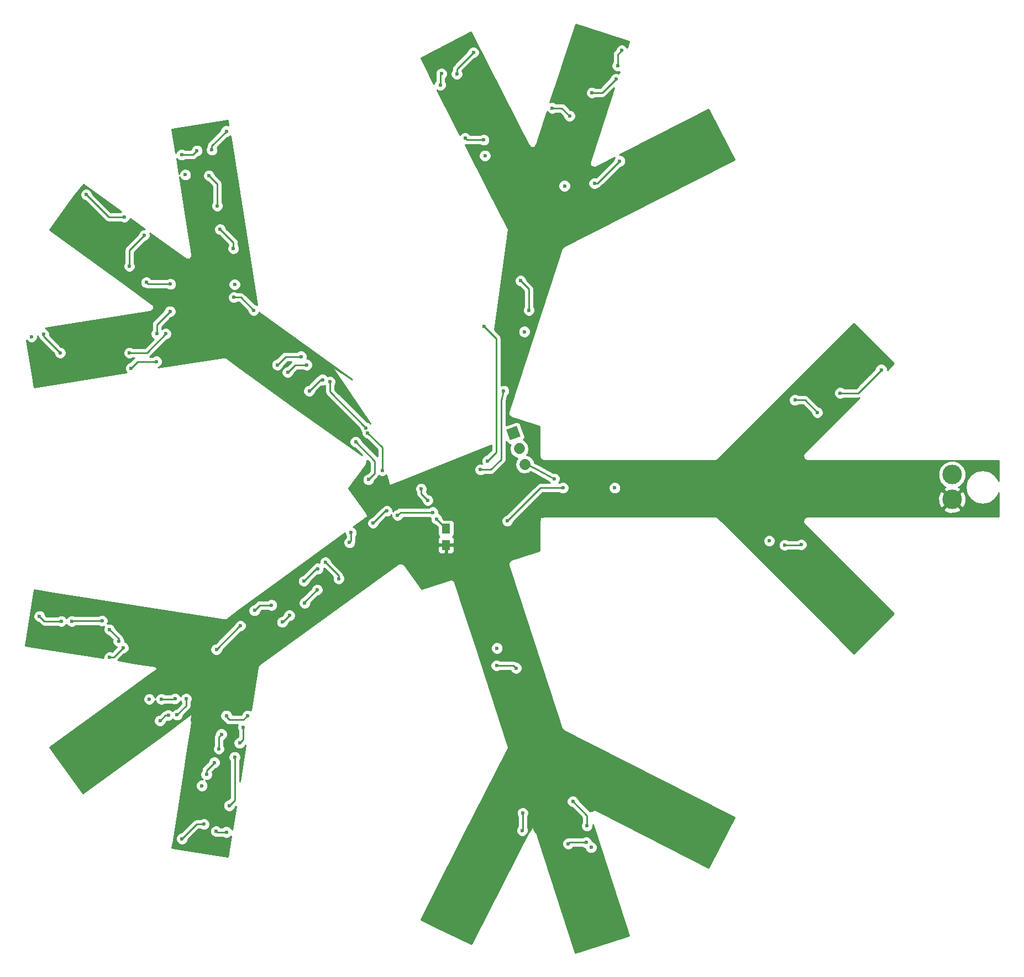
<source format=gbl>
G04 #@! TF.FileFunction,Copper,L2,Bot,Signal*
%FSLAX46Y46*%
G04 Gerber Fmt 4.6, Leading zero omitted, Abs format (unit mm)*
G04 Created by KiCad (PCBNEW 4.0.7) date 11/25/17 11:04:04*
%MOMM*%
%LPD*%
G01*
G04 APERTURE LIST*
%ADD10C,0.100000*%
%ADD11C,2.999740*%
%ADD12R,1.250000X1.500000*%
%ADD13C,1.700000*%
%ADD14C,0.600000*%
%ADD15C,0.250000*%
%ADD16C,0.254000*%
G04 APERTURE END LIST*
D10*
D11*
X224790000Y-106680000D03*
X224790000Y-102870000D03*
D12*
X147256500Y-113645000D03*
X147256500Y-111145000D03*
D10*
G36*
X157098978Y-97609456D02*
X156517544Y-96011978D01*
X158115022Y-95430544D01*
X158696456Y-97028022D01*
X157098978Y-97609456D01*
X157098978Y-97609456D01*
G37*
D13*
X158475731Y-98906819D02*
X158475731Y-98906819D01*
X159344462Y-101293639D02*
X159344462Y-101293639D01*
D14*
X173101000Y-104902000D03*
X165163500Y-104902000D03*
X156654500Y-109982000D03*
X126301500Y-90043000D03*
X128333500Y-88328500D03*
X163830000Y-103505000D03*
X125031500Y-84772500D03*
X121412000Y-86042500D03*
X114744500Y-75692000D03*
X117792500Y-77660500D03*
X129476500Y-88646000D03*
X135001000Y-95694500D03*
X135255000Y-96456500D03*
X157988000Y-132524500D03*
X155003500Y-132143500D03*
X155067000Y-129476500D03*
X168719500Y-159258000D03*
X165989000Y-159448500D03*
X159004000Y-154749500D03*
X158940500Y-157416500D03*
X169481500Y-160020000D03*
X168846500Y-156718000D03*
X166687500Y-152971500D03*
X201676000Y-113601500D03*
X199136000Y-113665000D03*
X196786500Y-113030000D03*
X200723500Y-91440000D03*
X204152500Y-93345000D03*
X207645000Y-90360500D03*
X213931500Y-86804500D03*
X152527000Y-102108000D03*
X156083000Y-90043000D03*
X159258000Y-80962500D03*
X159956500Y-77660500D03*
X158686500Y-73152000D03*
X165417500Y-58610500D03*
X169989500Y-58229500D03*
X173863000Y-54800500D03*
X163512500Y-46672500D03*
X166179500Y-47879000D03*
X169608500Y-44323000D03*
X173291500Y-42227500D03*
X173545500Y-40195500D03*
X174180500Y-37846000D03*
X153225500Y-53975000D03*
X153035000Y-51562000D03*
X150177500Y-51308000D03*
X146367500Y-43116500D03*
X146558000Y-41402000D03*
X148907500Y-41465500D03*
X151447500Y-38163500D03*
X83756500Y-81724500D03*
X85598000Y-81343500D03*
X88138000Y-84201000D03*
X92138500Y-59944000D03*
X97980500Y-63373000D03*
X101028500Y-66167000D03*
X98742500Y-70929500D03*
X101346000Y-73406000D03*
X105029000Y-73660000D03*
X104965500Y-77851000D03*
X102933500Y-81280000D03*
X104330500Y-81280000D03*
X98742500Y-84201000D03*
X98996500Y-86550500D03*
X102870000Y-85534500D03*
X114871500Y-73723500D03*
X114681000Y-68199000D03*
X112649000Y-65278000D03*
X112204500Y-61658500D03*
X110934500Y-57023000D03*
X107315000Y-56896000D03*
X106743500Y-53848000D03*
X109093000Y-53213000D03*
X111379000Y-53086000D03*
X113601500Y-50228500D03*
X137477500Y-102235000D03*
X132461000Y-113284000D03*
X132715000Y-111760000D03*
X136080500Y-110299500D03*
X138176000Y-108458000D03*
X139827000Y-109093000D03*
X145224500Y-108648500D03*
X144462500Y-106807000D03*
X143446500Y-105029000D03*
X112077500Y-129667000D03*
X115760500Y-126047500D03*
X117919500Y-123698000D03*
X120523000Y-122872500D03*
X125476000Y-119189500D03*
X127635000Y-117284500D03*
X128778000Y-116332000D03*
X130810000Y-118808500D03*
X127508000Y-120523000D03*
X125603000Y-122555000D03*
X123253500Y-124460000D03*
X122174000Y-125476000D03*
X109855000Y-150558500D03*
X110553500Y-148844000D03*
X111760000Y-147002500D03*
X112458500Y-144907000D03*
X112839500Y-142684500D03*
X113601500Y-139827000D03*
X116840000Y-139827000D03*
X116205000Y-141605000D03*
X115633500Y-144018000D03*
X114871500Y-146177000D03*
X114046000Y-153606500D03*
X113601500Y-157670500D03*
X112014000Y-157543500D03*
X110172500Y-156464000D03*
X106807000Y-158686500D03*
X103441500Y-140589000D03*
X104711500Y-139763500D03*
X106045000Y-139700000D03*
X107442000Y-137223500D03*
X105727500Y-137223500D03*
X103632000Y-137287000D03*
X101790500Y-137287000D03*
X95694500Y-130873500D03*
X97790000Y-129413000D03*
X97091500Y-128397000D03*
X95694500Y-126619000D03*
X94551500Y-125285500D03*
X89916000Y-125349000D03*
X88328500Y-125349000D03*
X84963000Y-124587000D03*
X145796000Y-109664500D03*
X153606500Y-100774500D03*
X153098500Y-80137000D03*
X156781500Y-76454000D03*
X155575000Y-118872000D03*
X142748000Y-116586000D03*
X164084000Y-108331000D03*
X139573000Y-107188000D03*
X213106000Y-102870000D03*
X205740000Y-87884000D03*
X161798000Y-140462000D03*
X172720000Y-106680000D03*
X197866000Y-106680000D03*
X92202000Y-85598000D03*
X94488000Y-67818000D03*
X166624000Y-42164000D03*
X159004000Y-66040000D03*
X181102000Y-53086000D03*
X169926000Y-166624000D03*
X152908000Y-165608000D03*
X92202000Y-127254000D03*
X118364000Y-129286000D03*
X138684000Y-114046000D03*
X209042000Y-128270000D03*
X182372000Y-153924000D03*
X113284000Y-152400000D03*
X98044000Y-144780000D03*
X109474000Y-57658000D03*
X134366000Y-97282000D03*
X116078000Y-82804000D03*
X149098000Y-45466000D03*
X125920500Y-86042500D03*
X122999500Y-87185500D03*
X133413500Y-97853500D03*
X135382000Y-103632000D03*
D15*
X161734500Y-104902000D02*
X165163500Y-104902000D01*
X156654500Y-109982000D02*
X161734500Y-104902000D01*
X126301500Y-90043000D02*
X128016000Y-88328500D01*
X128016000Y-88328500D02*
X128333500Y-88328500D01*
X159344462Y-101166639D02*
X161226500Y-102108000D01*
X161226500Y-102108000D02*
X163830000Y-103505000D01*
X122682000Y-84772500D02*
X125031500Y-84772500D01*
X121412000Y-86042500D02*
X122682000Y-84772500D01*
X115824000Y-75692000D02*
X114744500Y-75692000D01*
X117792500Y-77660500D02*
X115824000Y-75692000D01*
X137477500Y-102235000D02*
X137477500Y-98679000D01*
X129476500Y-90170000D02*
X129476500Y-88646000D01*
X135001000Y-95694500D02*
X129476500Y-90170000D01*
X137477500Y-98679000D02*
X135255000Y-96456500D01*
X157988000Y-132524500D02*
X157607000Y-132143500D01*
X157607000Y-132143500D02*
X155003500Y-132143500D01*
X166179500Y-159258000D02*
X168719500Y-159258000D01*
X165989000Y-159448500D02*
X166179500Y-159258000D01*
X159004000Y-157353000D02*
X159004000Y-154749500D01*
X158940500Y-157416500D02*
X159004000Y-157353000D01*
X168846500Y-155130500D02*
X168846500Y-156718000D01*
X166687500Y-152971500D02*
X168846500Y-155130500D01*
X201676000Y-113601500D02*
X201612500Y-113665000D01*
X201612500Y-113665000D02*
X199136000Y-113665000D01*
X202247500Y-91440000D02*
X200723500Y-91440000D01*
X204152500Y-93345000D02*
X202247500Y-91440000D01*
X210375500Y-90360500D02*
X207645000Y-90360500D01*
X213931500Y-86804500D02*
X210375500Y-90360500D01*
X154114500Y-102108000D02*
X152527000Y-102108000D01*
X155702000Y-100520500D02*
X154114500Y-102108000D01*
X155702000Y-91503500D02*
X155702000Y-100520500D01*
X156083000Y-90043000D02*
X155702000Y-91503500D01*
X159956500Y-74422000D02*
X159956500Y-77660500D01*
X158686500Y-73152000D02*
X159956500Y-74422000D01*
X170434000Y-58229500D02*
X169989500Y-58229500D01*
X173863000Y-54800500D02*
X170434000Y-58229500D01*
X164973000Y-46672500D02*
X163512500Y-46672500D01*
X166179500Y-47879000D02*
X164973000Y-46672500D01*
X171196000Y-44323000D02*
X169608500Y-44323000D01*
X173291500Y-42227500D02*
X171196000Y-44323000D01*
X173545500Y-38481000D02*
X173545500Y-40195500D01*
X174180500Y-37846000D02*
X173545500Y-38481000D01*
X150431500Y-51562000D02*
X153035000Y-51562000D01*
X150177500Y-51308000D02*
X150431500Y-51562000D01*
X146367500Y-41592500D02*
X146367500Y-43116500D01*
X146558000Y-41402000D02*
X146367500Y-41592500D01*
X148907500Y-40703500D02*
X148907500Y-41465500D01*
X151447500Y-38163500D02*
X148907500Y-40703500D01*
X85598000Y-81661000D02*
X85598000Y-81343500D01*
X88138000Y-84201000D02*
X85598000Y-81661000D01*
X92138500Y-59944000D02*
X95567500Y-63373000D01*
X95567500Y-63373000D02*
X97980500Y-63373000D01*
X101028500Y-66167000D02*
X98742500Y-68453000D01*
X98742500Y-68453000D02*
X98742500Y-70929500D01*
X101346000Y-73406000D02*
X101600000Y-73660000D01*
X101600000Y-73660000D02*
X105029000Y-73660000D01*
X104965500Y-77851000D02*
X102933500Y-79883000D01*
X102933500Y-79883000D02*
X102933500Y-81280000D01*
X104330500Y-81280000D02*
X101409500Y-84201000D01*
X101409500Y-84201000D02*
X98742500Y-84201000D01*
X98996500Y-86550500D02*
X100012500Y-85534500D01*
X100012500Y-85534500D02*
X102870000Y-85534500D01*
X114681000Y-67310000D02*
X114681000Y-68199000D01*
X112649000Y-65278000D02*
X114681000Y-67310000D01*
X112204500Y-58293000D02*
X112204500Y-61658500D01*
X110934500Y-57023000D02*
X112204500Y-58293000D01*
X108458000Y-53848000D02*
X106743500Y-53848000D01*
X109093000Y-53213000D02*
X108458000Y-53848000D01*
X111379000Y-52451000D02*
X111379000Y-53086000D01*
X113601500Y-50228500D02*
X111379000Y-52451000D01*
X132461000Y-113284000D02*
X132715000Y-113030000D01*
X132715000Y-113030000D02*
X132715000Y-111760000D01*
X136080500Y-110299500D02*
X137922000Y-108458000D01*
X137922000Y-108458000D02*
X138176000Y-108458000D01*
X139827000Y-109093000D02*
X140271500Y-108648500D01*
X140271500Y-108648500D02*
X145224500Y-108648500D01*
X144462500Y-106807000D02*
X143446500Y-105791000D01*
X143446500Y-105791000D02*
X143446500Y-105029000D01*
X112077500Y-129667000D02*
X115697000Y-126047500D01*
X115697000Y-126047500D02*
X115760500Y-126047500D01*
X117919500Y-123698000D02*
X118745000Y-122872500D01*
X118745000Y-122872500D02*
X120523000Y-122872500D01*
X125476000Y-119189500D02*
X127381000Y-117284500D01*
X127381000Y-117284500D02*
X127635000Y-117284500D01*
X128778000Y-116332000D02*
X130810000Y-118364000D01*
X130810000Y-118364000D02*
X130810000Y-118808500D01*
X127508000Y-120523000D02*
X125603000Y-122428000D01*
X125603000Y-122428000D02*
X125603000Y-122555000D01*
X123253500Y-124460000D02*
X122237500Y-125476000D01*
X122237500Y-125476000D02*
X122174000Y-125476000D01*
X110553500Y-148209000D02*
X110553500Y-148844000D01*
X111760000Y-147002500D02*
X110553500Y-148209000D01*
X112458500Y-143065500D02*
X112458500Y-144907000D01*
X112839500Y-142684500D02*
X112458500Y-143065500D01*
X113601500Y-140017500D02*
X113601500Y-139827000D01*
X114046000Y-140462000D02*
X113601500Y-140017500D01*
X116205000Y-140462000D02*
X114046000Y-140462000D01*
X116840000Y-139827000D02*
X116205000Y-140462000D01*
X116205000Y-143446500D02*
X116205000Y-141605000D01*
X115633500Y-144018000D02*
X116205000Y-143446500D01*
X114871500Y-152781000D02*
X114871500Y-146177000D01*
X114046000Y-153606500D02*
X114871500Y-152781000D01*
X112141000Y-157670500D02*
X113601500Y-157670500D01*
X112014000Y-157543500D02*
X112141000Y-157670500D01*
X109029500Y-156464000D02*
X110172500Y-156464000D01*
X106807000Y-158686500D02*
X109029500Y-156464000D01*
X103441500Y-140589000D02*
X104267000Y-139763500D01*
X104267000Y-139763500D02*
X104711500Y-139763500D01*
X106045000Y-139700000D02*
X107442000Y-138303000D01*
X107442000Y-138303000D02*
X107442000Y-137223500D01*
X105727500Y-137223500D02*
X105664000Y-137287000D01*
X105664000Y-137287000D02*
X103632000Y-137287000D01*
X96329500Y-130873500D02*
X95694500Y-130873500D01*
X97790000Y-129413000D02*
X96329500Y-130873500D01*
X97091500Y-128016000D02*
X97091500Y-128397000D01*
X95694500Y-126619000D02*
X97091500Y-128016000D01*
X89979500Y-125285500D02*
X94551500Y-125285500D01*
X89916000Y-125349000D02*
X89979500Y-125285500D01*
X85725000Y-125349000D02*
X88328500Y-125349000D01*
X84963000Y-124587000D02*
X85725000Y-125349000D01*
X147256500Y-111145000D02*
X147256500Y-111125000D01*
X147256500Y-111125000D02*
X145796000Y-109664500D01*
X154940000Y-99441000D02*
X153606500Y-100774500D01*
X154940000Y-81978500D02*
X154940000Y-99441000D01*
X153098500Y-80137000D02*
X154940000Y-81978500D01*
X156781500Y-76454000D02*
X156845000Y-76454000D01*
X147256500Y-113645000D02*
X145689000Y-113645000D01*
X145689000Y-113645000D02*
X142748000Y-116586000D01*
X124142500Y-86042500D02*
X125920500Y-86042500D01*
X122999500Y-87185500D02*
X124142500Y-86042500D01*
X133413500Y-97853500D02*
X136334500Y-100774500D01*
X136334500Y-100774500D02*
X136334500Y-102679500D01*
X136334500Y-102679500D02*
X135382000Y-103632000D01*
D16*
G36*
X175304411Y-36475121D02*
X175005656Y-37394597D01*
X174973617Y-37317057D01*
X174710827Y-37053808D01*
X174367299Y-36911162D01*
X173995333Y-36910838D01*
X173651557Y-37052883D01*
X173388308Y-37315673D01*
X173245662Y-37659201D01*
X173245621Y-37706077D01*
X173008099Y-37943599D01*
X172843352Y-38190161D01*
X172785500Y-38481000D01*
X172785500Y-39633037D01*
X172753308Y-39665173D01*
X172610662Y-40008701D01*
X172610338Y-40380667D01*
X172752383Y-40724443D01*
X173015173Y-40987692D01*
X173358701Y-41130338D01*
X173730667Y-41130662D01*
X173801205Y-41101516D01*
X173708094Y-41388082D01*
X173478299Y-41292662D01*
X173106333Y-41292338D01*
X172762557Y-41434383D01*
X172499308Y-41697173D01*
X172356662Y-42040701D01*
X172356621Y-42087577D01*
X170881198Y-43563000D01*
X170170963Y-43563000D01*
X170138827Y-43530808D01*
X169795299Y-43388162D01*
X169423333Y-43387838D01*
X169079557Y-43529883D01*
X168816308Y-43792673D01*
X168673662Y-44136201D01*
X168673338Y-44508167D01*
X168815383Y-44851943D01*
X169078173Y-45115192D01*
X169421701Y-45257838D01*
X169793667Y-45258162D01*
X170137443Y-45116117D01*
X170170618Y-45083000D01*
X171196000Y-45083000D01*
X171486839Y-45025148D01*
X171733401Y-44860401D01*
X172987279Y-43606523D01*
X169335749Y-54844777D01*
X169304335Y-55110198D01*
X169335071Y-55219178D01*
X169297517Y-55331839D01*
X169291385Y-55381878D01*
X169305203Y-55430360D01*
X169336795Y-55469646D01*
X169361204Y-55485592D01*
X169540833Y-55575407D01*
X169542351Y-55577332D01*
X169775546Y-55707928D01*
X169815282Y-55712631D01*
X169869204Y-55739592D01*
X169917872Y-55752740D01*
X169984083Y-55738940D01*
X169994090Y-55733794D01*
X170040967Y-55739342D01*
X170040968Y-55739342D01*
X170298206Y-55666793D01*
X173103733Y-54237306D01*
X173070808Y-54270173D01*
X172928162Y-54613701D01*
X172928121Y-54660577D01*
X170259491Y-57329207D01*
X170176299Y-57294662D01*
X169804333Y-57294338D01*
X169460557Y-57436383D01*
X169197308Y-57699173D01*
X169054662Y-58042701D01*
X169054338Y-58414667D01*
X169196383Y-58758443D01*
X169459173Y-59021692D01*
X169802701Y-59164338D01*
X170174667Y-59164662D01*
X170518443Y-59022617D01*
X170580887Y-58960282D01*
X170724839Y-58931648D01*
X170971401Y-58766901D01*
X174002680Y-55735622D01*
X174048167Y-55735662D01*
X174391943Y-55593617D01*
X174655192Y-55330827D01*
X174797838Y-54987299D01*
X174798162Y-54615333D01*
X174656117Y-54271557D01*
X174393327Y-54008308D01*
X174049799Y-53865662D01*
X173833495Y-53865474D01*
X187507997Y-46897967D01*
X191425935Y-54587353D01*
X165306079Y-67896085D01*
X165096184Y-68061552D01*
X164965588Y-68294747D01*
X164965588Y-68294748D01*
X156854909Y-93256853D01*
X156823495Y-93522275D01*
X156831625Y-93551101D01*
X156861138Y-93655744D01*
X156851042Y-93687293D01*
X156845513Y-93737402D01*
X156859914Y-93785715D01*
X156891978Y-93824617D01*
X156935507Y-93847644D01*
X156954167Y-93853242D01*
X157061511Y-93989408D01*
X157294706Y-94120004D01*
X161569389Y-95508933D01*
X161569389Y-100003600D01*
X161621532Y-100265738D01*
X161770021Y-100487968D01*
X161992251Y-100636457D01*
X162254389Y-100688600D01*
X188501100Y-100688600D01*
X188763238Y-100636457D01*
X188985468Y-100487968D01*
X197848269Y-91625167D01*
X199788338Y-91625167D01*
X199930383Y-91968943D01*
X200193173Y-92232192D01*
X200536701Y-92374838D01*
X200908667Y-92375162D01*
X201252443Y-92233117D01*
X201285618Y-92200000D01*
X201932698Y-92200000D01*
X203217378Y-93484680D01*
X203217338Y-93530167D01*
X203359383Y-93873943D01*
X203622173Y-94137192D01*
X203965701Y-94279838D01*
X204337667Y-94280162D01*
X204681443Y-94138117D01*
X204944692Y-93875327D01*
X205087338Y-93531799D01*
X205087662Y-93159833D01*
X204945617Y-92816057D01*
X204682827Y-92552808D01*
X204339299Y-92410162D01*
X204292423Y-92410121D01*
X202784901Y-90902599D01*
X202538339Y-90737852D01*
X202247500Y-90680000D01*
X201285963Y-90680000D01*
X201253827Y-90647808D01*
X200910299Y-90505162D01*
X200538333Y-90504838D01*
X200194557Y-90646883D01*
X199931308Y-90909673D01*
X199788662Y-91253201D01*
X199788338Y-91625167D01*
X197848269Y-91625167D01*
X209714303Y-79759133D01*
X215816635Y-85861464D01*
X214866495Y-86811605D01*
X214866662Y-86619333D01*
X214724617Y-86275557D01*
X214461827Y-86012308D01*
X214118299Y-85869662D01*
X213746333Y-85869338D01*
X213402557Y-86011383D01*
X213139308Y-86274173D01*
X212996662Y-86617701D01*
X212996621Y-86664577D01*
X210060698Y-89600500D01*
X208207463Y-89600500D01*
X208175327Y-89568308D01*
X207831799Y-89425662D01*
X207459833Y-89425338D01*
X207116057Y-89567383D01*
X206852808Y-89830173D01*
X206710162Y-90173701D01*
X206709838Y-90545667D01*
X206851883Y-90889443D01*
X207114673Y-91152692D01*
X207458201Y-91295338D01*
X207830167Y-91295662D01*
X208173943Y-91153617D01*
X208207118Y-91120500D01*
X210375500Y-91120500D01*
X210602816Y-91075284D01*
X202158868Y-99519232D01*
X202010379Y-99741462D01*
X201958236Y-100003600D01*
X202010379Y-100265738D01*
X202158868Y-100487968D01*
X202381098Y-100636457D01*
X202643236Y-100688600D01*
X231958236Y-100688600D01*
X231958236Y-103894359D01*
X231932113Y-103763030D01*
X231358877Y-102905123D01*
X230500970Y-102331887D01*
X229489000Y-102130594D01*
X228477030Y-102331887D01*
X227619123Y-102905123D01*
X227045887Y-103763030D01*
X226844594Y-104775000D01*
X227045887Y-105786970D01*
X227619123Y-106644877D01*
X228477030Y-107218113D01*
X229489000Y-107419406D01*
X230500970Y-107218113D01*
X231358877Y-106644877D01*
X231932113Y-105786970D01*
X231958236Y-105655641D01*
X231958236Y-109318600D01*
X202643236Y-109318600D01*
X202381098Y-109370743D01*
X202158868Y-109519232D01*
X202010379Y-109741462D01*
X201958236Y-110003600D01*
X202010379Y-110265738D01*
X202158868Y-110487968D01*
X215816635Y-124145736D01*
X209714303Y-130248067D01*
X192681403Y-113215167D01*
X195851338Y-113215167D01*
X195993383Y-113558943D01*
X196256173Y-113822192D01*
X196599701Y-113964838D01*
X196971667Y-113965162D01*
X197249976Y-113850167D01*
X198200838Y-113850167D01*
X198342883Y-114193943D01*
X198605673Y-114457192D01*
X198949201Y-114599838D01*
X199321167Y-114600162D01*
X199664943Y-114458117D01*
X199698118Y-114425000D01*
X201221071Y-114425000D01*
X201489201Y-114536338D01*
X201861167Y-114536662D01*
X202204943Y-114394617D01*
X202468192Y-114131827D01*
X202610838Y-113788299D01*
X202611162Y-113416333D01*
X202469117Y-113072557D01*
X202206327Y-112809308D01*
X201862799Y-112666662D01*
X201490833Y-112666338D01*
X201147057Y-112808383D01*
X201050271Y-112905000D01*
X199698463Y-112905000D01*
X199666327Y-112872808D01*
X199322799Y-112730162D01*
X198950833Y-112729838D01*
X198607057Y-112871883D01*
X198343808Y-113134673D01*
X198201162Y-113478201D01*
X198200838Y-113850167D01*
X197249976Y-113850167D01*
X197315443Y-113823117D01*
X197578692Y-113560327D01*
X197721338Y-113216799D01*
X197721662Y-112844833D01*
X197579617Y-112501057D01*
X197316827Y-112237808D01*
X196973299Y-112095162D01*
X196601333Y-112094838D01*
X196257557Y-112236883D01*
X195994308Y-112499673D01*
X195851662Y-112843201D01*
X195851338Y-113215167D01*
X192681403Y-113215167D01*
X188985468Y-109519232D01*
X188763238Y-109370743D01*
X188501100Y-109318600D01*
X162254389Y-109318600D01*
X162097439Y-109349820D01*
X161799198Y-109347006D01*
X161749696Y-109356545D01*
X161707805Y-109384592D01*
X161680126Y-109426727D01*
X161671000Y-109474000D01*
X161671000Y-109667428D01*
X161621532Y-109741462D01*
X161569389Y-110003600D01*
X161569389Y-114498267D01*
X157294706Y-115887196D01*
X157061511Y-116017792D01*
X156896044Y-116227687D01*
X156894365Y-116233641D01*
X156885191Y-116239301D01*
X156855965Y-116280378D01*
X156845023Y-116329589D01*
X156851280Y-116371443D01*
X156853545Y-116378376D01*
X156823495Y-116484925D01*
X156854909Y-116750347D01*
X164965588Y-141712451D01*
X164965588Y-141712453D01*
X165096184Y-141945648D01*
X165306079Y-142111115D01*
X191425935Y-155419847D01*
X187507997Y-163109233D01*
X170298206Y-154340407D01*
X170040968Y-154267858D01*
X170040967Y-154267858D01*
X169775546Y-154299272D01*
X169614707Y-154389347D01*
X169475433Y-154318729D01*
X169426840Y-154305308D01*
X169376853Y-154311850D01*
X169333350Y-154337325D01*
X169303185Y-154377718D01*
X169291112Y-154426664D01*
X169297359Y-154471684D01*
X169314454Y-154523652D01*
X167622622Y-152831820D01*
X167622662Y-152786333D01*
X167480617Y-152442557D01*
X167217827Y-152179308D01*
X166874299Y-152036662D01*
X166502333Y-152036338D01*
X166158557Y-152178383D01*
X165895308Y-152441173D01*
X165752662Y-152784701D01*
X165752338Y-153156667D01*
X165894383Y-153500443D01*
X166157173Y-153763692D01*
X166500701Y-153906338D01*
X166547577Y-153906379D01*
X168086500Y-155445302D01*
X168086500Y-156155537D01*
X168054308Y-156187673D01*
X167911662Y-156531201D01*
X167911338Y-156903167D01*
X168053383Y-157246943D01*
X168316173Y-157510192D01*
X168659701Y-157652838D01*
X169031667Y-157653162D01*
X169375443Y-157511117D01*
X169638692Y-157248327D01*
X169781338Y-156904799D01*
X169781660Y-156534797D01*
X175304411Y-173532079D01*
X167096794Y-176198895D01*
X161714426Y-159633667D01*
X165053838Y-159633667D01*
X165195883Y-159977443D01*
X165458673Y-160240692D01*
X165802201Y-160383338D01*
X166174167Y-160383662D01*
X166517943Y-160241617D01*
X166741951Y-160018000D01*
X168157037Y-160018000D01*
X168189173Y-160050192D01*
X168532701Y-160192838D01*
X168546349Y-160192850D01*
X168546338Y-160205167D01*
X168688383Y-160548943D01*
X168951173Y-160812192D01*
X169294701Y-160954838D01*
X169666667Y-160955162D01*
X170010443Y-160813117D01*
X170273692Y-160550327D01*
X170416338Y-160206799D01*
X170416662Y-159834833D01*
X170274617Y-159491057D01*
X170011827Y-159227808D01*
X169668299Y-159085162D01*
X169654651Y-159085150D01*
X169654662Y-159072833D01*
X169512617Y-158729057D01*
X169249827Y-158465808D01*
X168906299Y-158323162D01*
X168534333Y-158322838D01*
X168190557Y-158464883D01*
X168157382Y-158498000D01*
X166179500Y-158498000D01*
X166101090Y-158513597D01*
X165803833Y-158513338D01*
X165460057Y-158655383D01*
X165196808Y-158918173D01*
X165054162Y-159261701D01*
X165053838Y-159633667D01*
X161714426Y-159633667D01*
X161128131Y-157829239D01*
X160997535Y-157596044D01*
X160818249Y-157454705D01*
X160648793Y-156932782D01*
X160624018Y-156888876D01*
X160584113Y-156858069D01*
X160535367Y-156845214D01*
X160485459Y-156852337D01*
X160442255Y-156878315D01*
X160414729Y-156914567D01*
X160137847Y-157460640D01*
X160031785Y-157520038D01*
X159966148Y-157603299D01*
X159866318Y-157729932D01*
X151183157Y-174771595D01*
X145989393Y-172337018D01*
X143468707Y-171052664D01*
X146114705Y-165709783D01*
X150245996Y-157601667D01*
X158005338Y-157601667D01*
X158147383Y-157945443D01*
X158410173Y-158208692D01*
X158753701Y-158351338D01*
X159125667Y-158351662D01*
X159469443Y-158209617D01*
X159732692Y-157946827D01*
X159875338Y-157603299D01*
X159875662Y-157231333D01*
X159764000Y-156961090D01*
X159764000Y-155311963D01*
X159796192Y-155279827D01*
X159938838Y-154936299D01*
X159939162Y-154564333D01*
X159797117Y-154220557D01*
X159534327Y-153957308D01*
X159190799Y-153814662D01*
X158818833Y-153814338D01*
X158475057Y-153956383D01*
X158211808Y-154219173D01*
X158069162Y-154562701D01*
X158068838Y-154934667D01*
X158210883Y-155278443D01*
X158244000Y-155311618D01*
X158244000Y-156790648D01*
X158148308Y-156886173D01*
X158005662Y-157229701D01*
X158005338Y-157601667D01*
X150245996Y-157601667D01*
X156716836Y-144901930D01*
X156789385Y-144644691D01*
X156778817Y-144555401D01*
X156757971Y-144379270D01*
X152842493Y-132328667D01*
X154068338Y-132328667D01*
X154210383Y-132672443D01*
X154473173Y-132935692D01*
X154816701Y-133078338D01*
X155188667Y-133078662D01*
X155532443Y-132936617D01*
X155565618Y-132903500D01*
X157132928Y-132903500D01*
X157194883Y-133053443D01*
X157457673Y-133316692D01*
X157801201Y-133459338D01*
X158173167Y-133459662D01*
X158516943Y-133317617D01*
X158780192Y-133054827D01*
X158922838Y-132711299D01*
X158923162Y-132339333D01*
X158781117Y-131995557D01*
X158518327Y-131732308D01*
X158174799Y-131589662D01*
X158119729Y-131589614D01*
X157897839Y-131441352D01*
X157607000Y-131383500D01*
X155565963Y-131383500D01*
X155533827Y-131351308D01*
X155190299Y-131208662D01*
X154818333Y-131208338D01*
X154474557Y-131350383D01*
X154211308Y-131613173D01*
X154068662Y-131956701D01*
X154068338Y-132328667D01*
X152842493Y-132328667D01*
X151975933Y-129661667D01*
X154131838Y-129661667D01*
X154273883Y-130005443D01*
X154536673Y-130268692D01*
X154880201Y-130411338D01*
X155252167Y-130411662D01*
X155595943Y-130269617D01*
X155859192Y-130006827D01*
X156001838Y-129663299D01*
X156002162Y-129291333D01*
X155860117Y-128947557D01*
X155597327Y-128684308D01*
X155253799Y-128541662D01*
X154881833Y-128541338D01*
X154538057Y-128683383D01*
X154274808Y-128946173D01*
X154132162Y-129289701D01*
X154131838Y-129661667D01*
X151975933Y-129661667D01*
X148647291Y-119417163D01*
X148516695Y-119183968D01*
X148478177Y-119153603D01*
X148456958Y-119087293D01*
X148432369Y-119043284D01*
X148392595Y-119012308D01*
X148343904Y-118999246D01*
X148297756Y-119004895D01*
X148279263Y-119010735D01*
X148049561Y-118945952D01*
X147784140Y-118977366D01*
X143509458Y-120366295D01*
X140867559Y-116730032D01*
X140671293Y-116548607D01*
X140561830Y-116508224D01*
X140525949Y-116476275D01*
X140478222Y-116460040D01*
X140438884Y-116462867D01*
X140420540Y-116456099D01*
X140153472Y-116466592D01*
X139910749Y-116578488D01*
X118676713Y-132005918D01*
X118495288Y-132202183D01*
X118402780Y-132452937D01*
X117360932Y-139030907D01*
X117026799Y-138892162D01*
X116654833Y-138891838D01*
X116311057Y-139033883D01*
X116047808Y-139296673D01*
X115905162Y-139640201D01*
X115905121Y-139687077D01*
X115890198Y-139702000D01*
X114536610Y-139702000D01*
X114536662Y-139641833D01*
X114394617Y-139298057D01*
X114131827Y-139034808D01*
X113788299Y-138892162D01*
X113416333Y-138891838D01*
X113072557Y-139033883D01*
X112809308Y-139296673D01*
X112666662Y-139640201D01*
X112666338Y-140012167D01*
X112808383Y-140355943D01*
X113071173Y-140619192D01*
X113169020Y-140659822D01*
X113508599Y-140999401D01*
X113755161Y-141164148D01*
X114046000Y-141222000D01*
X115351632Y-141222000D01*
X115270162Y-141418201D01*
X115269838Y-141790167D01*
X115411883Y-142133943D01*
X115445000Y-142167118D01*
X115445000Y-143084215D01*
X115104557Y-143224883D01*
X114841308Y-143487673D01*
X114698662Y-143831201D01*
X114698338Y-144203167D01*
X114840383Y-144546943D01*
X115103173Y-144810192D01*
X115446701Y-144952838D01*
X115818667Y-144953162D01*
X116162443Y-144811117D01*
X116425692Y-144548327D01*
X116524899Y-144309411D01*
X115631500Y-149950110D01*
X115631500Y-146739463D01*
X115663692Y-146707327D01*
X115806338Y-146363799D01*
X115806662Y-145991833D01*
X115664617Y-145648057D01*
X115401827Y-145384808D01*
X115058299Y-145242162D01*
X114686333Y-145241838D01*
X114342557Y-145383883D01*
X114079308Y-145646673D01*
X113936662Y-145990201D01*
X113936338Y-146362167D01*
X114078383Y-146705943D01*
X114111500Y-146739118D01*
X114111500Y-152466198D01*
X113906320Y-152671378D01*
X113860833Y-152671338D01*
X113517057Y-152813383D01*
X113253808Y-153076173D01*
X113111162Y-153419701D01*
X113110838Y-153791667D01*
X113252883Y-154135443D01*
X113515673Y-154398692D01*
X113859201Y-154541338D01*
X114231167Y-154541662D01*
X114574943Y-154399617D01*
X114838192Y-154136827D01*
X114980838Y-153793299D01*
X114980879Y-153746423D01*
X115039509Y-153687793D01*
X114465367Y-157312785D01*
X114394617Y-157141557D01*
X114131827Y-156878308D01*
X113788299Y-156735662D01*
X113416333Y-156735338D01*
X113072557Y-156877383D01*
X113039382Y-156910500D01*
X112703241Y-156910500D01*
X112544327Y-156751308D01*
X112200799Y-156608662D01*
X111828833Y-156608338D01*
X111485057Y-156750383D01*
X111221808Y-157013173D01*
X111079162Y-157356701D01*
X111078838Y-157728667D01*
X111220883Y-158072443D01*
X111483673Y-158335692D01*
X111827201Y-158478338D01*
X112199167Y-158478662D01*
X112315728Y-158430500D01*
X113039037Y-158430500D01*
X113071173Y-158462692D01*
X113414701Y-158605338D01*
X113786667Y-158605662D01*
X114130443Y-158463617D01*
X114311761Y-158282615D01*
X113816904Y-161407020D01*
X105293154Y-160056992D01*
X105480890Y-158871667D01*
X105871838Y-158871667D01*
X106013883Y-159215443D01*
X106276673Y-159478692D01*
X106620201Y-159621338D01*
X106992167Y-159621662D01*
X107335943Y-159479617D01*
X107599192Y-159216827D01*
X107741838Y-158873299D01*
X107741879Y-158826423D01*
X109344302Y-157224000D01*
X109610037Y-157224000D01*
X109642173Y-157256192D01*
X109985701Y-157398838D01*
X110357667Y-157399162D01*
X110701443Y-157257117D01*
X110964692Y-156994327D01*
X111107338Y-156650799D01*
X111107662Y-156278833D01*
X110965617Y-155935057D01*
X110702827Y-155671808D01*
X110359299Y-155529162D01*
X109987333Y-155528838D01*
X109643557Y-155670883D01*
X109610382Y-155704000D01*
X109029500Y-155704000D01*
X108738661Y-155761852D01*
X108492099Y-155926599D01*
X106667320Y-157751378D01*
X106621833Y-157751338D01*
X106278057Y-157893383D01*
X106014808Y-158156173D01*
X105872162Y-158499701D01*
X105871838Y-158871667D01*
X105480890Y-158871667D01*
X106768238Y-150743667D01*
X108919838Y-150743667D01*
X109061883Y-151087443D01*
X109324673Y-151350692D01*
X109668201Y-151493338D01*
X110040167Y-151493662D01*
X110383943Y-151351617D01*
X110647192Y-151088827D01*
X110789838Y-150745299D01*
X110790162Y-150373333D01*
X110648117Y-150029557D01*
X110397862Y-149778865D01*
X110738667Y-149779162D01*
X111082443Y-149637117D01*
X111345692Y-149374327D01*
X111488338Y-149030799D01*
X111488662Y-148658833D01*
X111397967Y-148439335D01*
X111899680Y-147937622D01*
X111945167Y-147937662D01*
X112288943Y-147795617D01*
X112552192Y-147532827D01*
X112694838Y-147189299D01*
X112695162Y-146817333D01*
X112553117Y-146473557D01*
X112290327Y-146210308D01*
X111946799Y-146067662D01*
X111574833Y-146067338D01*
X111231057Y-146209383D01*
X110967808Y-146472173D01*
X110825162Y-146815701D01*
X110825121Y-146862577D01*
X110016099Y-147671599D01*
X109851352Y-147918161D01*
X109793500Y-148209000D01*
X109793500Y-148281537D01*
X109761308Y-148313673D01*
X109618662Y-148657201D01*
X109618338Y-149029167D01*
X109760383Y-149372943D01*
X110010638Y-149623635D01*
X109669833Y-149623338D01*
X109326057Y-149765383D01*
X109062808Y-150028173D01*
X108920162Y-150371701D01*
X108919838Y-150743667D01*
X106768238Y-150743667D01*
X107663347Y-145092167D01*
X111523338Y-145092167D01*
X111665383Y-145435943D01*
X111928173Y-145699192D01*
X112271701Y-145841838D01*
X112643667Y-145842162D01*
X112987443Y-145700117D01*
X113250692Y-145437327D01*
X113393338Y-145093799D01*
X113393662Y-144721833D01*
X113251617Y-144378057D01*
X113218500Y-144344882D01*
X113218500Y-143539572D01*
X113368443Y-143477617D01*
X113631692Y-143214827D01*
X113774338Y-142871299D01*
X113774662Y-142499333D01*
X113632617Y-142155557D01*
X113369827Y-141892308D01*
X113026299Y-141749662D01*
X112654333Y-141749338D01*
X112310557Y-141891383D01*
X112047308Y-142154173D01*
X111904662Y-142497701D01*
X111904614Y-142552771D01*
X111756352Y-142774661D01*
X111698500Y-143065500D01*
X111698500Y-144344537D01*
X111666308Y-144376673D01*
X111523662Y-144720201D01*
X111523338Y-145092167D01*
X107663347Y-145092167D01*
X108314684Y-140979792D01*
X108304191Y-140712724D01*
X108204719Y-140496953D01*
X108329395Y-139720125D01*
X108327346Y-139669754D01*
X108305860Y-139624148D01*
X108268325Y-139590495D01*
X108220653Y-139574097D01*
X108170358Y-139577537D01*
X108128295Y-139598030D01*
X103609677Y-142952762D01*
X91609322Y-151671529D01*
X86536736Y-144689713D01*
X96470835Y-137472167D01*
X100855338Y-137472167D01*
X100997383Y-137815943D01*
X101260173Y-138079192D01*
X101603701Y-138221838D01*
X101975667Y-138222162D01*
X102319443Y-138080117D01*
X102582692Y-137817327D01*
X102711391Y-137507387D01*
X102838883Y-137815943D01*
X103101673Y-138079192D01*
X103445201Y-138221838D01*
X103817167Y-138222162D01*
X104160943Y-138080117D01*
X104194118Y-138047000D01*
X105272571Y-138047000D01*
X105540701Y-138158338D01*
X105912667Y-138158662D01*
X106256443Y-138016617D01*
X106519692Y-137753827D01*
X106584734Y-137597190D01*
X106648883Y-137752443D01*
X106682000Y-137785618D01*
X106682000Y-137988198D01*
X105905320Y-138764878D01*
X105859833Y-138764838D01*
X105516057Y-138906883D01*
X105346490Y-139076154D01*
X105241827Y-138971308D01*
X104898299Y-138828662D01*
X104526333Y-138828338D01*
X104182557Y-138970383D01*
X104120113Y-139032718D01*
X103976160Y-139061352D01*
X103729599Y-139226099D01*
X103301820Y-139653878D01*
X103256333Y-139653838D01*
X102912557Y-139795883D01*
X102649308Y-140058673D01*
X102506662Y-140402201D01*
X102506338Y-140774167D01*
X102648383Y-141117943D01*
X102911173Y-141381192D01*
X103254701Y-141523838D01*
X103626667Y-141524162D01*
X103970443Y-141382117D01*
X104233692Y-141119327D01*
X104376338Y-140775799D01*
X104376379Y-140728923D01*
X104441509Y-140663793D01*
X104524701Y-140698338D01*
X104896667Y-140698662D01*
X105240443Y-140556617D01*
X105410010Y-140387346D01*
X105514673Y-140492192D01*
X105858201Y-140634838D01*
X106230167Y-140635162D01*
X106573943Y-140493117D01*
X106837192Y-140230327D01*
X106979838Y-139886799D01*
X106979879Y-139839923D01*
X107979401Y-138840401D01*
X108144148Y-138593840D01*
X108202000Y-138303000D01*
X108202000Y-137785963D01*
X108234192Y-137753827D01*
X108376838Y-137410299D01*
X108377162Y-137038333D01*
X108235117Y-136694557D01*
X107972327Y-136431308D01*
X107628799Y-136288662D01*
X107256833Y-136288338D01*
X106913057Y-136430383D01*
X106649808Y-136693173D01*
X106584766Y-136849810D01*
X106520617Y-136694557D01*
X106257827Y-136431308D01*
X105914299Y-136288662D01*
X105542333Y-136288338D01*
X105198557Y-136430383D01*
X105101771Y-136527000D01*
X104194463Y-136527000D01*
X104162327Y-136494808D01*
X103818799Y-136352162D01*
X103446833Y-136351838D01*
X103103057Y-136493883D01*
X102839808Y-136756673D01*
X102711109Y-137066613D01*
X102583617Y-136758057D01*
X102320827Y-136494808D01*
X101977299Y-136352162D01*
X101605333Y-136351838D01*
X101261557Y-136493883D01*
X100998308Y-136756673D01*
X100855662Y-137100201D01*
X100855338Y-137472167D01*
X96470835Y-137472167D01*
X102162899Y-133336641D01*
X102344324Y-133140375D01*
X102350894Y-133122566D01*
X102944698Y-132690709D01*
X102978772Y-132653556D01*
X102995708Y-132606072D01*
X102992835Y-132555741D01*
X102959803Y-132498197D01*
X102705803Y-132244197D01*
X102663789Y-132216334D01*
X102635072Y-132208440D01*
X99699277Y-131762496D01*
X96950646Y-131327156D01*
X97929680Y-130348122D01*
X97975167Y-130348162D01*
X98318943Y-130206117D01*
X98582192Y-129943327D01*
X98620045Y-129852167D01*
X111142338Y-129852167D01*
X111284383Y-130195943D01*
X111547173Y-130459192D01*
X111890701Y-130601838D01*
X112262667Y-130602162D01*
X112606443Y-130460117D01*
X112869692Y-130197327D01*
X113012338Y-129853799D01*
X113012379Y-129806923D01*
X115836735Y-126982567D01*
X115945667Y-126982662D01*
X116289443Y-126840617D01*
X116552692Y-126577827D01*
X116695338Y-126234299D01*
X116695662Y-125862333D01*
X116612543Y-125661167D01*
X121238838Y-125661167D01*
X121380883Y-126004943D01*
X121643673Y-126268192D01*
X121987201Y-126410838D01*
X122359167Y-126411162D01*
X122702943Y-126269117D01*
X122966192Y-126006327D01*
X123097004Y-125691298D01*
X123393180Y-125395122D01*
X123438667Y-125395162D01*
X123782443Y-125253117D01*
X124045692Y-124990327D01*
X124188338Y-124646799D01*
X124188662Y-124274833D01*
X124046617Y-123931057D01*
X123783827Y-123667808D01*
X123440299Y-123525162D01*
X123068333Y-123524838D01*
X122724557Y-123666883D01*
X122461308Y-123929673D01*
X122318662Y-124273201D01*
X122318621Y-124320077D01*
X122097765Y-124540933D01*
X121988833Y-124540838D01*
X121645057Y-124682883D01*
X121381808Y-124945673D01*
X121239162Y-125289201D01*
X121238838Y-125661167D01*
X116612543Y-125661167D01*
X116553617Y-125518557D01*
X116290827Y-125255308D01*
X115947299Y-125112662D01*
X115575333Y-125112338D01*
X115231557Y-125254383D01*
X114968308Y-125517173D01*
X114837496Y-125832202D01*
X111937820Y-128731878D01*
X111892333Y-128731838D01*
X111548557Y-128873883D01*
X111285308Y-129136673D01*
X111142662Y-129480201D01*
X111142338Y-129852167D01*
X98620045Y-129852167D01*
X98724838Y-129599799D01*
X98725162Y-129227833D01*
X98583117Y-128884057D01*
X98320327Y-128620808D01*
X98026412Y-128498763D01*
X98026662Y-128211833D01*
X97884617Y-127868057D01*
X97806508Y-127789811D01*
X97793648Y-127725161D01*
X97793648Y-127725160D01*
X97628901Y-127478599D01*
X96629622Y-126479320D01*
X96629662Y-126433833D01*
X96487617Y-126090057D01*
X96224827Y-125826808D01*
X95881299Y-125684162D01*
X95509333Y-125683838D01*
X95375544Y-125739118D01*
X95486338Y-125472299D01*
X95486662Y-125100333D01*
X95344617Y-124756557D01*
X95081827Y-124493308D01*
X94738299Y-124350662D01*
X94366333Y-124350338D01*
X94022557Y-124492383D01*
X93989382Y-124525500D01*
X90370929Y-124525500D01*
X90102799Y-124414162D01*
X89730833Y-124413838D01*
X89387057Y-124555883D01*
X89123808Y-124818673D01*
X89122423Y-124822008D01*
X89121617Y-124820057D01*
X88858827Y-124556808D01*
X88515299Y-124414162D01*
X88143333Y-124413838D01*
X87799557Y-124555883D01*
X87766382Y-124589000D01*
X86039802Y-124589000D01*
X85898122Y-124447320D01*
X85898162Y-124401833D01*
X85756117Y-124058057D01*
X85493327Y-123794808D01*
X85149799Y-123652162D01*
X84777833Y-123651838D01*
X84434057Y-123793883D01*
X84170808Y-124056673D01*
X84028162Y-124400201D01*
X84027838Y-124772167D01*
X84169883Y-125115943D01*
X84432673Y-125379192D01*
X84776201Y-125521838D01*
X84823077Y-125521879D01*
X85187599Y-125886401D01*
X85434161Y-126051148D01*
X85725000Y-126109000D01*
X87766037Y-126109000D01*
X87798173Y-126141192D01*
X88141701Y-126283838D01*
X88513667Y-126284162D01*
X88857443Y-126142117D01*
X89120692Y-125879327D01*
X89122077Y-125875992D01*
X89122883Y-125877943D01*
X89385673Y-126141192D01*
X89729201Y-126283838D01*
X90101167Y-126284162D01*
X90444943Y-126142117D01*
X90541729Y-126045500D01*
X93989037Y-126045500D01*
X94021173Y-126077692D01*
X94364701Y-126220338D01*
X94736667Y-126220662D01*
X94870456Y-126165382D01*
X94759662Y-126432201D01*
X94759338Y-126804167D01*
X94901383Y-127147943D01*
X95164173Y-127411192D01*
X95507701Y-127553838D01*
X95554577Y-127553879D01*
X96172575Y-128171877D01*
X96156662Y-128210201D01*
X96156338Y-128582167D01*
X96298383Y-128925943D01*
X96561173Y-129189192D01*
X96828148Y-129300050D01*
X96099098Y-130029100D01*
X95881299Y-129938662D01*
X95509333Y-129938338D01*
X95165557Y-130080383D01*
X94902308Y-130343173D01*
X94759662Y-130686701D01*
X94759406Y-130980098D01*
X82790224Y-129084366D01*
X84138220Y-120573451D01*
X87037306Y-121019464D01*
X113094337Y-125146492D01*
X113361404Y-125135998D01*
X113469842Y-125086008D01*
X113518689Y-125093523D01*
X113569046Y-125091147D01*
X113612841Y-125070605D01*
X115240780Y-123883167D01*
X116984338Y-123883167D01*
X117126383Y-124226943D01*
X117389173Y-124490192D01*
X117732701Y-124632838D01*
X118104667Y-124633162D01*
X118448443Y-124491117D01*
X118711692Y-124228327D01*
X118854338Y-123884799D01*
X118854379Y-123837923D01*
X119059802Y-123632500D01*
X119960537Y-123632500D01*
X119992673Y-123664692D01*
X120336201Y-123807338D01*
X120708167Y-123807662D01*
X121051943Y-123665617D01*
X121315192Y-123402827D01*
X121457838Y-123059299D01*
X121458115Y-122740167D01*
X124667838Y-122740167D01*
X124809883Y-123083943D01*
X125072673Y-123347192D01*
X125416201Y-123489838D01*
X125788167Y-123490162D01*
X126131943Y-123348117D01*
X126395192Y-123085327D01*
X126537838Y-122741799D01*
X126537990Y-122567812D01*
X127647680Y-121458122D01*
X127693167Y-121458162D01*
X128036943Y-121316117D01*
X128300192Y-121053327D01*
X128442838Y-120709799D01*
X128443162Y-120337833D01*
X128301117Y-119994057D01*
X128038327Y-119730808D01*
X127694799Y-119588162D01*
X127322833Y-119587838D01*
X126979057Y-119729883D01*
X126715808Y-119992673D01*
X126573162Y-120336201D01*
X126573121Y-120383077D01*
X125278992Y-121677206D01*
X125074057Y-121761883D01*
X124810808Y-122024673D01*
X124668162Y-122368201D01*
X124667838Y-122740167D01*
X121458115Y-122740167D01*
X121458162Y-122687333D01*
X121316117Y-122343557D01*
X121053327Y-122080308D01*
X120709799Y-121937662D01*
X120337833Y-121937338D01*
X119994057Y-122079383D01*
X119960882Y-122112500D01*
X118745000Y-122112500D01*
X118454160Y-122170352D01*
X118207599Y-122335099D01*
X117779820Y-122762878D01*
X117734333Y-122762838D01*
X117390557Y-122904883D01*
X117127308Y-123167673D01*
X116984662Y-123511201D01*
X116984338Y-123883167D01*
X115240780Y-123883167D01*
X121421788Y-119374667D01*
X124540838Y-119374667D01*
X124682883Y-119718443D01*
X124945673Y-119981692D01*
X125289201Y-120124338D01*
X125661167Y-120124662D01*
X126004943Y-119982617D01*
X126268192Y-119719827D01*
X126410838Y-119376299D01*
X126410879Y-119329423D01*
X127520901Y-118219401D01*
X127820167Y-118219662D01*
X128163943Y-118077617D01*
X128427192Y-117814827D01*
X128569838Y-117471299D01*
X128570024Y-117258044D01*
X128591201Y-117266838D01*
X128638077Y-117266879D01*
X129909707Y-118538509D01*
X129875162Y-118621701D01*
X129874838Y-118993667D01*
X130016883Y-119337443D01*
X130279673Y-119600692D01*
X130623201Y-119743338D01*
X130995167Y-119743662D01*
X131338943Y-119601617D01*
X131602192Y-119338827D01*
X131744838Y-118995299D01*
X131745162Y-118623333D01*
X131603117Y-118279557D01*
X131540782Y-118217113D01*
X131512148Y-118073161D01*
X131347401Y-117826599D01*
X129713122Y-116192320D01*
X129713162Y-116146833D01*
X129571117Y-115803057D01*
X129308327Y-115539808D01*
X128964799Y-115397162D01*
X128592833Y-115396838D01*
X128249057Y-115538883D01*
X127985808Y-115801673D01*
X127843162Y-116145201D01*
X127842976Y-116358456D01*
X127821799Y-116349662D01*
X127449833Y-116349338D01*
X127106057Y-116491383D01*
X126862638Y-116734378D01*
X126843599Y-116747099D01*
X125336320Y-118254378D01*
X125290833Y-118254338D01*
X124947057Y-118396383D01*
X124683808Y-118659173D01*
X124541162Y-119002701D01*
X124540838Y-119374667D01*
X121421788Y-119374667D01*
X131779947Y-111819304D01*
X131779838Y-111945167D01*
X131921883Y-112288943D01*
X131955000Y-112322118D01*
X131955000Y-112481403D01*
X131932057Y-112490883D01*
X131668808Y-112753673D01*
X131526162Y-113097201D01*
X131525838Y-113469167D01*
X131667883Y-113812943D01*
X131930673Y-114076192D01*
X132274201Y-114218838D01*
X132646167Y-114219162D01*
X132989943Y-114077117D01*
X133136565Y-113930750D01*
X145996500Y-113930750D01*
X145996500Y-114521309D01*
X146093173Y-114754698D01*
X146271801Y-114933327D01*
X146505190Y-115030000D01*
X146970750Y-115030000D01*
X147129500Y-114871250D01*
X147129500Y-113772000D01*
X147383500Y-113772000D01*
X147383500Y-114871250D01*
X147542250Y-115030000D01*
X148007810Y-115030000D01*
X148241199Y-114933327D01*
X148419827Y-114754698D01*
X148516500Y-114521309D01*
X148516500Y-113930750D01*
X148357750Y-113772000D01*
X147383500Y-113772000D01*
X147129500Y-113772000D01*
X146155250Y-113772000D01*
X145996500Y-113930750D01*
X133136565Y-113930750D01*
X133253192Y-113814327D01*
X133395838Y-113470799D01*
X133395941Y-113352579D01*
X133417148Y-113320840D01*
X133475000Y-113030000D01*
X133475000Y-112322463D01*
X133507192Y-112290327D01*
X133649838Y-111946799D01*
X133650162Y-111574833D01*
X133508117Y-111231057D01*
X133245327Y-110967808D01*
X133058011Y-110890027D01*
X133615941Y-110484667D01*
X135145338Y-110484667D01*
X135287383Y-110828443D01*
X135550173Y-111091692D01*
X135893701Y-111234338D01*
X136265667Y-111234662D01*
X136609443Y-111092617D01*
X136872692Y-110829827D01*
X137015338Y-110486299D01*
X137015379Y-110439423D01*
X138061901Y-109392901D01*
X138361167Y-109393162D01*
X138704943Y-109251117D01*
X138892024Y-109064362D01*
X138891838Y-109278167D01*
X139033883Y-109621943D01*
X139296673Y-109885192D01*
X139640201Y-110027838D01*
X140012167Y-110028162D01*
X140355943Y-109886117D01*
X140619192Y-109623327D01*
X140708396Y-109408500D01*
X144662037Y-109408500D01*
X144694173Y-109440692D01*
X144861134Y-109510021D01*
X144860838Y-109849667D01*
X145002883Y-110193443D01*
X145265673Y-110456692D01*
X145609201Y-110599338D01*
X145656077Y-110599379D01*
X145984060Y-110927362D01*
X145984060Y-111895000D01*
X146028338Y-112130317D01*
X146167410Y-112346441D01*
X146235506Y-112392969D01*
X146093173Y-112535302D01*
X145996500Y-112768691D01*
X145996500Y-113359250D01*
X146155250Y-113518000D01*
X147129500Y-113518000D01*
X147129500Y-113498000D01*
X147383500Y-113498000D01*
X147383500Y-113518000D01*
X148357750Y-113518000D01*
X148516500Y-113359250D01*
X148516500Y-112768691D01*
X148419827Y-112535302D01*
X148278590Y-112394064D01*
X148332941Y-112359090D01*
X148477931Y-112146890D01*
X148528940Y-111895000D01*
X148528940Y-110395000D01*
X148484662Y-110159683D01*
X148345590Y-109943559D01*
X148133390Y-109798569D01*
X147881500Y-109747560D01*
X146953862Y-109747560D01*
X146731122Y-109524820D01*
X146731162Y-109479333D01*
X146589117Y-109135557D01*
X146326327Y-108872308D01*
X146159366Y-108802979D01*
X146159662Y-108463333D01*
X146017617Y-108119557D01*
X145754827Y-107856308D01*
X145411299Y-107713662D01*
X145039333Y-107713338D01*
X144695557Y-107855383D01*
X144662382Y-107888500D01*
X140271500Y-107888500D01*
X139980661Y-107946352D01*
X139734099Y-108111099D01*
X139687320Y-108157878D01*
X139641833Y-108157838D01*
X139298057Y-108299883D01*
X139110976Y-108486638D01*
X139111162Y-108272833D01*
X138969117Y-107929057D01*
X138706327Y-107665808D01*
X138362799Y-107523162D01*
X137990833Y-107522838D01*
X137647057Y-107664883D01*
X137403638Y-107907877D01*
X137384599Y-107920599D01*
X135940820Y-109364378D01*
X135895333Y-109364338D01*
X135551557Y-109506383D01*
X135288308Y-109769173D01*
X135145662Y-110112701D01*
X135145338Y-110484667D01*
X133615941Y-110484667D01*
X134838162Y-109596672D01*
X134861051Y-109571911D01*
X135202841Y-109322605D01*
X135236864Y-109285404D01*
X135253733Y-109237897D01*
X135250790Y-109187570D01*
X135228883Y-109142854D01*
X135105488Y-108981491D01*
X135101602Y-108882585D01*
X134989706Y-108639862D01*
X132500793Y-105214167D01*
X142511338Y-105214167D01*
X142653383Y-105557943D01*
X142686500Y-105591118D01*
X142686500Y-105791000D01*
X142744352Y-106081839D01*
X142909099Y-106328401D01*
X143527378Y-106946680D01*
X143527338Y-106992167D01*
X143669383Y-107335943D01*
X143932173Y-107599192D01*
X144275701Y-107741838D01*
X144647667Y-107742162D01*
X144991443Y-107600117D01*
X145254692Y-107337327D01*
X145397338Y-106993799D01*
X145397662Y-106621833D01*
X145255617Y-106278057D01*
X144992827Y-106014808D01*
X144649299Y-105872162D01*
X144602423Y-105872121D01*
X144253637Y-105523335D01*
X144381338Y-105215799D01*
X144381662Y-104843833D01*
X144239617Y-104500057D01*
X143976827Y-104236808D01*
X143633299Y-104094162D01*
X143261333Y-104093838D01*
X142917557Y-104235883D01*
X142654308Y-104498673D01*
X142511662Y-104842201D01*
X142511338Y-105214167D01*
X132500793Y-105214167D01*
X132347807Y-105003600D01*
X134989706Y-101367338D01*
X135101602Y-101124615D01*
X135112095Y-100857547D01*
X135101225Y-100828083D01*
X135193116Y-100707918D01*
X135574500Y-101089302D01*
X135574500Y-102364698D01*
X135242320Y-102696878D01*
X135196833Y-102696838D01*
X134853057Y-102838883D01*
X134589808Y-103101673D01*
X134447162Y-103445201D01*
X134446838Y-103817167D01*
X134588883Y-104160943D01*
X134851673Y-104424192D01*
X135195201Y-104566838D01*
X135567167Y-104567162D01*
X135910943Y-104425117D01*
X136174192Y-104162327D01*
X136316838Y-103818799D01*
X136316879Y-103771923D01*
X136871901Y-103216901D01*
X136987478Y-103043928D01*
X137290701Y-103169838D01*
X137662667Y-103170162D01*
X138006443Y-103028117D01*
X138127218Y-102907552D01*
X138561886Y-104428890D01*
X138585081Y-104473650D01*
X138623863Y-104505859D01*
X138672120Y-104520443D01*
X138731167Y-104511917D01*
X154180000Y-98332384D01*
X154180000Y-99126198D01*
X153466820Y-99839378D01*
X153421333Y-99839338D01*
X153077557Y-99981383D01*
X152814308Y-100244173D01*
X152671662Y-100587701D01*
X152671338Y-100959667D01*
X152769028Y-101196095D01*
X152713799Y-101173162D01*
X152341833Y-101172838D01*
X151998057Y-101314883D01*
X151734808Y-101577673D01*
X151592162Y-101921201D01*
X151591838Y-102293167D01*
X151733883Y-102636943D01*
X151996673Y-102900192D01*
X152340201Y-103042838D01*
X152712167Y-103043162D01*
X153055943Y-102901117D01*
X153089118Y-102868000D01*
X154114500Y-102868000D01*
X154405339Y-102810148D01*
X154651901Y-102645401D01*
X156239401Y-101057901D01*
X156404148Y-100811339D01*
X156462000Y-100520500D01*
X156462000Y-97752362D01*
X156490583Y-97830893D01*
X156612674Y-98036875D01*
X156817278Y-98192400D01*
X157066270Y-98256069D01*
X157134303Y-98245838D01*
X157102530Y-98289171D01*
X156964807Y-98851984D01*
X157052946Y-99424659D01*
X157353529Y-99920013D01*
X157820795Y-100262632D01*
X158205353Y-100356735D01*
X157971261Y-100675991D01*
X157833538Y-101238804D01*
X157921677Y-101811479D01*
X158222260Y-102306833D01*
X158689526Y-102649452D01*
X159252339Y-102787175D01*
X159825014Y-102699036D01*
X159879690Y-102679136D01*
X160236531Y-102462603D01*
X160876773Y-102782841D01*
X162988031Y-103915711D01*
X163036883Y-104033943D01*
X163144752Y-104142000D01*
X161734500Y-104142000D01*
X161443661Y-104199852D01*
X161197099Y-104364599D01*
X156514820Y-109046878D01*
X156469333Y-109046838D01*
X156125557Y-109188883D01*
X155862308Y-109451673D01*
X155719662Y-109795201D01*
X155719338Y-110167167D01*
X155861383Y-110510943D01*
X156124173Y-110774192D01*
X156467701Y-110916838D01*
X156839667Y-110917162D01*
X157183443Y-110775117D01*
X157446692Y-110512327D01*
X157589338Y-110168799D01*
X157589379Y-110121923D01*
X159517425Y-108193877D01*
X223455728Y-108193877D01*
X223615495Y-108512632D01*
X224406217Y-108822595D01*
X225255366Y-108806367D01*
X225964505Y-108512632D01*
X226124272Y-108193877D01*
X224790000Y-106859605D01*
X223455728Y-108193877D01*
X159517425Y-108193877D01*
X161415085Y-106296217D01*
X222647405Y-106296217D01*
X222663633Y-107145366D01*
X222957368Y-107854505D01*
X223276123Y-108014272D01*
X224610395Y-106680000D01*
X224969605Y-106680000D01*
X226303877Y-108014272D01*
X226622632Y-107854505D01*
X226932595Y-107063783D01*
X226916367Y-106214634D01*
X226622632Y-105505495D01*
X226303877Y-105345728D01*
X224969605Y-106680000D01*
X224610395Y-106680000D01*
X223276123Y-105345728D01*
X222957368Y-105505495D01*
X222647405Y-106296217D01*
X161415085Y-106296217D01*
X162049302Y-105662000D01*
X164601037Y-105662000D01*
X164633173Y-105694192D01*
X164976701Y-105836838D01*
X165348667Y-105837162D01*
X165692443Y-105695117D01*
X165955692Y-105432327D01*
X166098338Y-105088799D01*
X166098339Y-105087167D01*
X172165838Y-105087167D01*
X172307883Y-105430943D01*
X172570673Y-105694192D01*
X172914201Y-105836838D01*
X173286167Y-105837162D01*
X173629943Y-105695117D01*
X173893192Y-105432327D01*
X174035838Y-105088799D01*
X174036162Y-104716833D01*
X173894117Y-104373057D01*
X173631327Y-104109808D01*
X173287799Y-103967162D01*
X172915833Y-103966838D01*
X172572057Y-104108883D01*
X172308808Y-104371673D01*
X172166162Y-104715201D01*
X172165838Y-105087167D01*
X166098339Y-105087167D01*
X166098662Y-104716833D01*
X165956617Y-104373057D01*
X165693827Y-104109808D01*
X165350299Y-103967162D01*
X164978333Y-103966838D01*
X164634557Y-104108883D01*
X164601382Y-104142000D01*
X164515333Y-104142000D01*
X164622192Y-104035327D01*
X164764838Y-103691799D01*
X164765162Y-103319833D01*
X164753988Y-103292789D01*
X222654760Y-103292789D01*
X222979090Y-104077727D01*
X223579114Y-104678800D01*
X223800511Y-104770732D01*
X223615495Y-104847368D01*
X223455728Y-105166123D01*
X224790000Y-106500395D01*
X226124272Y-105166123D01*
X225964505Y-104847368D01*
X225774822Y-104773012D01*
X225997727Y-104680910D01*
X226598800Y-104080886D01*
X226924499Y-103296515D01*
X226925240Y-102447211D01*
X226600910Y-101662273D01*
X226000886Y-101061200D01*
X225216515Y-100735501D01*
X224367211Y-100734760D01*
X223582273Y-101059090D01*
X222981200Y-101659114D01*
X222655501Y-102443485D01*
X222654760Y-103292789D01*
X164753988Y-103292789D01*
X164623117Y-102976057D01*
X164360327Y-102712808D01*
X164016799Y-102570162D01*
X163694664Y-102569881D01*
X161585841Y-101438318D01*
X161575237Y-101435083D01*
X161566481Y-101428285D01*
X160809387Y-101049600D01*
X160767247Y-100775799D01*
X160466664Y-100280445D01*
X159999398Y-99937826D01*
X159614840Y-99843723D01*
X159848932Y-99524467D01*
X159986655Y-98961654D01*
X159898516Y-98388979D01*
X159597933Y-97893625D01*
X159130667Y-97551006D01*
X159082059Y-97539111D01*
X159123875Y-97514326D01*
X159279400Y-97309722D01*
X159343069Y-97060730D01*
X159304851Y-96806585D01*
X158723417Y-95209107D01*
X158601326Y-95003125D01*
X158396722Y-94847600D01*
X158147730Y-94783931D01*
X157893585Y-94822149D01*
X156462000Y-95343203D01*
X156462000Y-91600999D01*
X156678996Y-90769181D01*
X156875192Y-90573327D01*
X157017838Y-90229799D01*
X157018162Y-89857833D01*
X156876117Y-89514057D01*
X156613327Y-89250808D01*
X156269799Y-89108162D01*
X155897833Y-89107838D01*
X155700000Y-89189581D01*
X155700000Y-81978500D01*
X155666273Y-81808943D01*
X155642148Y-81687660D01*
X155477401Y-81441099D01*
X155183969Y-81147667D01*
X158322838Y-81147667D01*
X158464883Y-81491443D01*
X158727673Y-81754692D01*
X159071201Y-81897338D01*
X159443167Y-81897662D01*
X159786943Y-81755617D01*
X160050192Y-81492827D01*
X160192838Y-81149299D01*
X160193162Y-80777333D01*
X160051117Y-80433557D01*
X159788327Y-80170308D01*
X159444799Y-80027662D01*
X159072833Y-80027338D01*
X158729057Y-80169383D01*
X158465808Y-80432173D01*
X158323162Y-80775701D01*
X158322838Y-81147667D01*
X155183969Y-81147667D01*
X154733911Y-80697609D01*
X155742190Y-73337167D01*
X157751338Y-73337167D01*
X157893383Y-73680943D01*
X158156173Y-73944192D01*
X158499701Y-74086838D01*
X158546577Y-74086879D01*
X159196500Y-74736802D01*
X159196500Y-77098037D01*
X159164308Y-77130173D01*
X159021662Y-77473701D01*
X159021338Y-77845667D01*
X159163383Y-78189443D01*
X159426173Y-78452692D01*
X159769701Y-78595338D01*
X160141667Y-78595662D01*
X160485443Y-78453617D01*
X160748692Y-78190827D01*
X160891338Y-77847299D01*
X160891662Y-77475333D01*
X160749617Y-77131557D01*
X160716500Y-77098382D01*
X160716500Y-74422000D01*
X160682773Y-74252443D01*
X160658648Y-74131160D01*
X160493901Y-73884599D01*
X159621622Y-73012320D01*
X159621662Y-72966833D01*
X159479617Y-72623057D01*
X159216827Y-72359808D01*
X158873299Y-72217162D01*
X158501333Y-72216838D01*
X158157557Y-72358883D01*
X157894308Y-72621673D01*
X157751662Y-72965201D01*
X157751338Y-73337167D01*
X155742190Y-73337167D01*
X156843825Y-65295236D01*
X156840618Y-65244925D01*
X156830712Y-65219476D01*
X153851560Y-59481851D01*
X153501932Y-58795667D01*
X164482338Y-58795667D01*
X164624383Y-59139443D01*
X164887173Y-59402692D01*
X165230701Y-59545338D01*
X165602667Y-59545662D01*
X165946443Y-59403617D01*
X166209692Y-59140827D01*
X166352338Y-58797299D01*
X166352662Y-58425333D01*
X166210617Y-58081557D01*
X165947827Y-57818308D01*
X165604299Y-57675662D01*
X165232333Y-57675338D01*
X164888557Y-57817383D01*
X164625308Y-58080173D01*
X164482662Y-58423701D01*
X164482338Y-58795667D01*
X153501932Y-58795667D01*
X151140027Y-54160167D01*
X152290338Y-54160167D01*
X152432383Y-54503943D01*
X152695173Y-54767192D01*
X153038701Y-54909838D01*
X153410667Y-54910162D01*
X153754443Y-54768117D01*
X154017692Y-54505327D01*
X154160338Y-54161799D01*
X154160662Y-53789833D01*
X154018617Y-53446057D01*
X153755827Y-53182808D01*
X153412299Y-53040162D01*
X153040333Y-53039838D01*
X152696557Y-53181883D01*
X152433308Y-53444673D01*
X152290662Y-53788201D01*
X152290338Y-54160167D01*
X151140027Y-54160167D01*
X150177712Y-52271518D01*
X150431500Y-52322000D01*
X152472537Y-52322000D01*
X152504673Y-52354192D01*
X152848201Y-52496838D01*
X153220167Y-52497162D01*
X153563943Y-52355117D01*
X153827192Y-52092327D01*
X153969838Y-51748799D01*
X153970162Y-51376833D01*
X153828117Y-51033057D01*
X153565327Y-50769808D01*
X153221799Y-50627162D01*
X152849833Y-50626838D01*
X152506057Y-50768883D01*
X152472882Y-50802000D01*
X150980097Y-50802000D01*
X150970617Y-50779057D01*
X150707827Y-50515808D01*
X150364299Y-50373162D01*
X149992333Y-50372838D01*
X149648557Y-50514883D01*
X149406024Y-50756994D01*
X145937964Y-43950544D01*
X146180701Y-44051338D01*
X146552667Y-44051662D01*
X146896443Y-43909617D01*
X147159692Y-43646827D01*
X147302338Y-43303299D01*
X147302662Y-42931333D01*
X147160617Y-42587557D01*
X147127500Y-42554382D01*
X147127500Y-42154631D01*
X147350192Y-41932327D01*
X147467148Y-41650667D01*
X147972338Y-41650667D01*
X148114383Y-41994443D01*
X148377173Y-42257692D01*
X148720701Y-42400338D01*
X149092667Y-42400662D01*
X149436443Y-42258617D01*
X149699692Y-41995827D01*
X149842338Y-41652299D01*
X149842662Y-41280333D01*
X149714835Y-40970967D01*
X151587180Y-39098622D01*
X151632667Y-39098662D01*
X151976443Y-38956617D01*
X152239692Y-38693827D01*
X152382338Y-38350299D01*
X152382662Y-37978333D01*
X152240617Y-37634557D01*
X151977827Y-37371308D01*
X151634299Y-37228662D01*
X151262333Y-37228338D01*
X150918557Y-37370383D01*
X150655308Y-37633173D01*
X150512662Y-37976701D01*
X150512621Y-38023577D01*
X148370099Y-40166099D01*
X148205352Y-40412661D01*
X148147500Y-40703500D01*
X148147500Y-40903037D01*
X148115308Y-40935173D01*
X147972662Y-41278701D01*
X147972338Y-41650667D01*
X147467148Y-41650667D01*
X147492838Y-41588799D01*
X147493162Y-41216833D01*
X147351117Y-40873057D01*
X147088327Y-40609808D01*
X146744799Y-40467162D01*
X146372833Y-40466838D01*
X146029057Y-40608883D01*
X145765808Y-40871673D01*
X145623162Y-41215201D01*
X145622901Y-41515076D01*
X145607500Y-41592500D01*
X145607500Y-42554037D01*
X145575308Y-42586173D01*
X145432662Y-42929701D01*
X145432637Y-42958783D01*
X143408104Y-38985415D01*
X151097491Y-35067476D01*
X159866318Y-52277268D01*
X159901582Y-52322000D01*
X160031785Y-52487162D01*
X160105785Y-52528604D01*
X160161060Y-52636083D01*
X160192556Y-52675447D01*
X160236885Y-52699456D01*
X160274000Y-52705000D01*
X160782000Y-52705000D01*
X160831410Y-52694994D01*
X160873035Y-52666553D01*
X160902483Y-52618161D01*
X160962199Y-52439013D01*
X160997535Y-52411156D01*
X161128131Y-52177961D01*
X162738785Y-47220879D01*
X162982173Y-47464692D01*
X163325701Y-47607338D01*
X163697667Y-47607662D01*
X164041443Y-47465617D01*
X164074618Y-47432500D01*
X164658198Y-47432500D01*
X165244378Y-48018680D01*
X165244338Y-48064167D01*
X165386383Y-48407943D01*
X165649173Y-48671192D01*
X165992701Y-48813838D01*
X166364667Y-48814162D01*
X166708443Y-48672117D01*
X166971692Y-48409327D01*
X167114338Y-48065799D01*
X167114662Y-47693833D01*
X166972617Y-47350057D01*
X166709827Y-47086808D01*
X166366299Y-46944162D01*
X166319423Y-46944121D01*
X165510401Y-46135099D01*
X165263839Y-45970352D01*
X164973000Y-45912500D01*
X164074963Y-45912500D01*
X164042827Y-45880308D01*
X163699299Y-45737662D01*
X163327333Y-45737338D01*
X163204298Y-45788175D01*
X164175665Y-42798615D01*
X167165043Y-33830480D01*
X175304411Y-36475121D01*
X175304411Y-36475121D01*
G37*
X175304411Y-36475121D02*
X175005656Y-37394597D01*
X174973617Y-37317057D01*
X174710827Y-37053808D01*
X174367299Y-36911162D01*
X173995333Y-36910838D01*
X173651557Y-37052883D01*
X173388308Y-37315673D01*
X173245662Y-37659201D01*
X173245621Y-37706077D01*
X173008099Y-37943599D01*
X172843352Y-38190161D01*
X172785500Y-38481000D01*
X172785500Y-39633037D01*
X172753308Y-39665173D01*
X172610662Y-40008701D01*
X172610338Y-40380667D01*
X172752383Y-40724443D01*
X173015173Y-40987692D01*
X173358701Y-41130338D01*
X173730667Y-41130662D01*
X173801205Y-41101516D01*
X173708094Y-41388082D01*
X173478299Y-41292662D01*
X173106333Y-41292338D01*
X172762557Y-41434383D01*
X172499308Y-41697173D01*
X172356662Y-42040701D01*
X172356621Y-42087577D01*
X170881198Y-43563000D01*
X170170963Y-43563000D01*
X170138827Y-43530808D01*
X169795299Y-43388162D01*
X169423333Y-43387838D01*
X169079557Y-43529883D01*
X168816308Y-43792673D01*
X168673662Y-44136201D01*
X168673338Y-44508167D01*
X168815383Y-44851943D01*
X169078173Y-45115192D01*
X169421701Y-45257838D01*
X169793667Y-45258162D01*
X170137443Y-45116117D01*
X170170618Y-45083000D01*
X171196000Y-45083000D01*
X171486839Y-45025148D01*
X171733401Y-44860401D01*
X172987279Y-43606523D01*
X169335749Y-54844777D01*
X169304335Y-55110198D01*
X169335071Y-55219178D01*
X169297517Y-55331839D01*
X169291385Y-55381878D01*
X169305203Y-55430360D01*
X169336795Y-55469646D01*
X169361204Y-55485592D01*
X169540833Y-55575407D01*
X169542351Y-55577332D01*
X169775546Y-55707928D01*
X169815282Y-55712631D01*
X169869204Y-55739592D01*
X169917872Y-55752740D01*
X169984083Y-55738940D01*
X169994090Y-55733794D01*
X170040967Y-55739342D01*
X170040968Y-55739342D01*
X170298206Y-55666793D01*
X173103733Y-54237306D01*
X173070808Y-54270173D01*
X172928162Y-54613701D01*
X172928121Y-54660577D01*
X170259491Y-57329207D01*
X170176299Y-57294662D01*
X169804333Y-57294338D01*
X169460557Y-57436383D01*
X169197308Y-57699173D01*
X169054662Y-58042701D01*
X169054338Y-58414667D01*
X169196383Y-58758443D01*
X169459173Y-59021692D01*
X169802701Y-59164338D01*
X170174667Y-59164662D01*
X170518443Y-59022617D01*
X170580887Y-58960282D01*
X170724839Y-58931648D01*
X170971401Y-58766901D01*
X174002680Y-55735622D01*
X174048167Y-55735662D01*
X174391943Y-55593617D01*
X174655192Y-55330827D01*
X174797838Y-54987299D01*
X174798162Y-54615333D01*
X174656117Y-54271557D01*
X174393327Y-54008308D01*
X174049799Y-53865662D01*
X173833495Y-53865474D01*
X187507997Y-46897967D01*
X191425935Y-54587353D01*
X165306079Y-67896085D01*
X165096184Y-68061552D01*
X164965588Y-68294747D01*
X164965588Y-68294748D01*
X156854909Y-93256853D01*
X156823495Y-93522275D01*
X156831625Y-93551101D01*
X156861138Y-93655744D01*
X156851042Y-93687293D01*
X156845513Y-93737402D01*
X156859914Y-93785715D01*
X156891978Y-93824617D01*
X156935507Y-93847644D01*
X156954167Y-93853242D01*
X157061511Y-93989408D01*
X157294706Y-94120004D01*
X161569389Y-95508933D01*
X161569389Y-100003600D01*
X161621532Y-100265738D01*
X161770021Y-100487968D01*
X161992251Y-100636457D01*
X162254389Y-100688600D01*
X188501100Y-100688600D01*
X188763238Y-100636457D01*
X188985468Y-100487968D01*
X197848269Y-91625167D01*
X199788338Y-91625167D01*
X199930383Y-91968943D01*
X200193173Y-92232192D01*
X200536701Y-92374838D01*
X200908667Y-92375162D01*
X201252443Y-92233117D01*
X201285618Y-92200000D01*
X201932698Y-92200000D01*
X203217378Y-93484680D01*
X203217338Y-93530167D01*
X203359383Y-93873943D01*
X203622173Y-94137192D01*
X203965701Y-94279838D01*
X204337667Y-94280162D01*
X204681443Y-94138117D01*
X204944692Y-93875327D01*
X205087338Y-93531799D01*
X205087662Y-93159833D01*
X204945617Y-92816057D01*
X204682827Y-92552808D01*
X204339299Y-92410162D01*
X204292423Y-92410121D01*
X202784901Y-90902599D01*
X202538339Y-90737852D01*
X202247500Y-90680000D01*
X201285963Y-90680000D01*
X201253827Y-90647808D01*
X200910299Y-90505162D01*
X200538333Y-90504838D01*
X200194557Y-90646883D01*
X199931308Y-90909673D01*
X199788662Y-91253201D01*
X199788338Y-91625167D01*
X197848269Y-91625167D01*
X209714303Y-79759133D01*
X215816635Y-85861464D01*
X214866495Y-86811605D01*
X214866662Y-86619333D01*
X214724617Y-86275557D01*
X214461827Y-86012308D01*
X214118299Y-85869662D01*
X213746333Y-85869338D01*
X213402557Y-86011383D01*
X213139308Y-86274173D01*
X212996662Y-86617701D01*
X212996621Y-86664577D01*
X210060698Y-89600500D01*
X208207463Y-89600500D01*
X208175327Y-89568308D01*
X207831799Y-89425662D01*
X207459833Y-89425338D01*
X207116057Y-89567383D01*
X206852808Y-89830173D01*
X206710162Y-90173701D01*
X206709838Y-90545667D01*
X206851883Y-90889443D01*
X207114673Y-91152692D01*
X207458201Y-91295338D01*
X207830167Y-91295662D01*
X208173943Y-91153617D01*
X208207118Y-91120500D01*
X210375500Y-91120500D01*
X210602816Y-91075284D01*
X202158868Y-99519232D01*
X202010379Y-99741462D01*
X201958236Y-100003600D01*
X202010379Y-100265738D01*
X202158868Y-100487968D01*
X202381098Y-100636457D01*
X202643236Y-100688600D01*
X231958236Y-100688600D01*
X231958236Y-103894359D01*
X231932113Y-103763030D01*
X231358877Y-102905123D01*
X230500970Y-102331887D01*
X229489000Y-102130594D01*
X228477030Y-102331887D01*
X227619123Y-102905123D01*
X227045887Y-103763030D01*
X226844594Y-104775000D01*
X227045887Y-105786970D01*
X227619123Y-106644877D01*
X228477030Y-107218113D01*
X229489000Y-107419406D01*
X230500970Y-107218113D01*
X231358877Y-106644877D01*
X231932113Y-105786970D01*
X231958236Y-105655641D01*
X231958236Y-109318600D01*
X202643236Y-109318600D01*
X202381098Y-109370743D01*
X202158868Y-109519232D01*
X202010379Y-109741462D01*
X201958236Y-110003600D01*
X202010379Y-110265738D01*
X202158868Y-110487968D01*
X215816635Y-124145736D01*
X209714303Y-130248067D01*
X192681403Y-113215167D01*
X195851338Y-113215167D01*
X195993383Y-113558943D01*
X196256173Y-113822192D01*
X196599701Y-113964838D01*
X196971667Y-113965162D01*
X197249976Y-113850167D01*
X198200838Y-113850167D01*
X198342883Y-114193943D01*
X198605673Y-114457192D01*
X198949201Y-114599838D01*
X199321167Y-114600162D01*
X199664943Y-114458117D01*
X199698118Y-114425000D01*
X201221071Y-114425000D01*
X201489201Y-114536338D01*
X201861167Y-114536662D01*
X202204943Y-114394617D01*
X202468192Y-114131827D01*
X202610838Y-113788299D01*
X202611162Y-113416333D01*
X202469117Y-113072557D01*
X202206327Y-112809308D01*
X201862799Y-112666662D01*
X201490833Y-112666338D01*
X201147057Y-112808383D01*
X201050271Y-112905000D01*
X199698463Y-112905000D01*
X199666327Y-112872808D01*
X199322799Y-112730162D01*
X198950833Y-112729838D01*
X198607057Y-112871883D01*
X198343808Y-113134673D01*
X198201162Y-113478201D01*
X198200838Y-113850167D01*
X197249976Y-113850167D01*
X197315443Y-113823117D01*
X197578692Y-113560327D01*
X197721338Y-113216799D01*
X197721662Y-112844833D01*
X197579617Y-112501057D01*
X197316827Y-112237808D01*
X196973299Y-112095162D01*
X196601333Y-112094838D01*
X196257557Y-112236883D01*
X195994308Y-112499673D01*
X195851662Y-112843201D01*
X195851338Y-113215167D01*
X192681403Y-113215167D01*
X188985468Y-109519232D01*
X188763238Y-109370743D01*
X188501100Y-109318600D01*
X162254389Y-109318600D01*
X162097439Y-109349820D01*
X161799198Y-109347006D01*
X161749696Y-109356545D01*
X161707805Y-109384592D01*
X161680126Y-109426727D01*
X161671000Y-109474000D01*
X161671000Y-109667428D01*
X161621532Y-109741462D01*
X161569389Y-110003600D01*
X161569389Y-114498267D01*
X157294706Y-115887196D01*
X157061511Y-116017792D01*
X156896044Y-116227687D01*
X156894365Y-116233641D01*
X156885191Y-116239301D01*
X156855965Y-116280378D01*
X156845023Y-116329589D01*
X156851280Y-116371443D01*
X156853545Y-116378376D01*
X156823495Y-116484925D01*
X156854909Y-116750347D01*
X164965588Y-141712451D01*
X164965588Y-141712453D01*
X165096184Y-141945648D01*
X165306079Y-142111115D01*
X191425935Y-155419847D01*
X187507997Y-163109233D01*
X170298206Y-154340407D01*
X170040968Y-154267858D01*
X170040967Y-154267858D01*
X169775546Y-154299272D01*
X169614707Y-154389347D01*
X169475433Y-154318729D01*
X169426840Y-154305308D01*
X169376853Y-154311850D01*
X169333350Y-154337325D01*
X169303185Y-154377718D01*
X169291112Y-154426664D01*
X169297359Y-154471684D01*
X169314454Y-154523652D01*
X167622622Y-152831820D01*
X167622662Y-152786333D01*
X167480617Y-152442557D01*
X167217827Y-152179308D01*
X166874299Y-152036662D01*
X166502333Y-152036338D01*
X166158557Y-152178383D01*
X165895308Y-152441173D01*
X165752662Y-152784701D01*
X165752338Y-153156667D01*
X165894383Y-153500443D01*
X166157173Y-153763692D01*
X166500701Y-153906338D01*
X166547577Y-153906379D01*
X168086500Y-155445302D01*
X168086500Y-156155537D01*
X168054308Y-156187673D01*
X167911662Y-156531201D01*
X167911338Y-156903167D01*
X168053383Y-157246943D01*
X168316173Y-157510192D01*
X168659701Y-157652838D01*
X169031667Y-157653162D01*
X169375443Y-157511117D01*
X169638692Y-157248327D01*
X169781338Y-156904799D01*
X169781660Y-156534797D01*
X175304411Y-173532079D01*
X167096794Y-176198895D01*
X161714426Y-159633667D01*
X165053838Y-159633667D01*
X165195883Y-159977443D01*
X165458673Y-160240692D01*
X165802201Y-160383338D01*
X166174167Y-160383662D01*
X166517943Y-160241617D01*
X166741951Y-160018000D01*
X168157037Y-160018000D01*
X168189173Y-160050192D01*
X168532701Y-160192838D01*
X168546349Y-160192850D01*
X168546338Y-160205167D01*
X168688383Y-160548943D01*
X168951173Y-160812192D01*
X169294701Y-160954838D01*
X169666667Y-160955162D01*
X170010443Y-160813117D01*
X170273692Y-160550327D01*
X170416338Y-160206799D01*
X170416662Y-159834833D01*
X170274617Y-159491057D01*
X170011827Y-159227808D01*
X169668299Y-159085162D01*
X169654651Y-159085150D01*
X169654662Y-159072833D01*
X169512617Y-158729057D01*
X169249827Y-158465808D01*
X168906299Y-158323162D01*
X168534333Y-158322838D01*
X168190557Y-158464883D01*
X168157382Y-158498000D01*
X166179500Y-158498000D01*
X166101090Y-158513597D01*
X165803833Y-158513338D01*
X165460057Y-158655383D01*
X165196808Y-158918173D01*
X165054162Y-159261701D01*
X165053838Y-159633667D01*
X161714426Y-159633667D01*
X161128131Y-157829239D01*
X160997535Y-157596044D01*
X160818249Y-157454705D01*
X160648793Y-156932782D01*
X160624018Y-156888876D01*
X160584113Y-156858069D01*
X160535367Y-156845214D01*
X160485459Y-156852337D01*
X160442255Y-156878315D01*
X160414729Y-156914567D01*
X160137847Y-157460640D01*
X160031785Y-157520038D01*
X159966148Y-157603299D01*
X159866318Y-157729932D01*
X151183157Y-174771595D01*
X145989393Y-172337018D01*
X143468707Y-171052664D01*
X146114705Y-165709783D01*
X150245996Y-157601667D01*
X158005338Y-157601667D01*
X158147383Y-157945443D01*
X158410173Y-158208692D01*
X158753701Y-158351338D01*
X159125667Y-158351662D01*
X159469443Y-158209617D01*
X159732692Y-157946827D01*
X159875338Y-157603299D01*
X159875662Y-157231333D01*
X159764000Y-156961090D01*
X159764000Y-155311963D01*
X159796192Y-155279827D01*
X159938838Y-154936299D01*
X159939162Y-154564333D01*
X159797117Y-154220557D01*
X159534327Y-153957308D01*
X159190799Y-153814662D01*
X158818833Y-153814338D01*
X158475057Y-153956383D01*
X158211808Y-154219173D01*
X158069162Y-154562701D01*
X158068838Y-154934667D01*
X158210883Y-155278443D01*
X158244000Y-155311618D01*
X158244000Y-156790648D01*
X158148308Y-156886173D01*
X158005662Y-157229701D01*
X158005338Y-157601667D01*
X150245996Y-157601667D01*
X156716836Y-144901930D01*
X156789385Y-144644691D01*
X156778817Y-144555401D01*
X156757971Y-144379270D01*
X152842493Y-132328667D01*
X154068338Y-132328667D01*
X154210383Y-132672443D01*
X154473173Y-132935692D01*
X154816701Y-133078338D01*
X155188667Y-133078662D01*
X155532443Y-132936617D01*
X155565618Y-132903500D01*
X157132928Y-132903500D01*
X157194883Y-133053443D01*
X157457673Y-133316692D01*
X157801201Y-133459338D01*
X158173167Y-133459662D01*
X158516943Y-133317617D01*
X158780192Y-133054827D01*
X158922838Y-132711299D01*
X158923162Y-132339333D01*
X158781117Y-131995557D01*
X158518327Y-131732308D01*
X158174799Y-131589662D01*
X158119729Y-131589614D01*
X157897839Y-131441352D01*
X157607000Y-131383500D01*
X155565963Y-131383500D01*
X155533827Y-131351308D01*
X155190299Y-131208662D01*
X154818333Y-131208338D01*
X154474557Y-131350383D01*
X154211308Y-131613173D01*
X154068662Y-131956701D01*
X154068338Y-132328667D01*
X152842493Y-132328667D01*
X151975933Y-129661667D01*
X154131838Y-129661667D01*
X154273883Y-130005443D01*
X154536673Y-130268692D01*
X154880201Y-130411338D01*
X155252167Y-130411662D01*
X155595943Y-130269617D01*
X155859192Y-130006827D01*
X156001838Y-129663299D01*
X156002162Y-129291333D01*
X155860117Y-128947557D01*
X155597327Y-128684308D01*
X155253799Y-128541662D01*
X154881833Y-128541338D01*
X154538057Y-128683383D01*
X154274808Y-128946173D01*
X154132162Y-129289701D01*
X154131838Y-129661667D01*
X151975933Y-129661667D01*
X148647291Y-119417163D01*
X148516695Y-119183968D01*
X148478177Y-119153603D01*
X148456958Y-119087293D01*
X148432369Y-119043284D01*
X148392595Y-119012308D01*
X148343904Y-118999246D01*
X148297756Y-119004895D01*
X148279263Y-119010735D01*
X148049561Y-118945952D01*
X147784140Y-118977366D01*
X143509458Y-120366295D01*
X140867559Y-116730032D01*
X140671293Y-116548607D01*
X140561830Y-116508224D01*
X140525949Y-116476275D01*
X140478222Y-116460040D01*
X140438884Y-116462867D01*
X140420540Y-116456099D01*
X140153472Y-116466592D01*
X139910749Y-116578488D01*
X118676713Y-132005918D01*
X118495288Y-132202183D01*
X118402780Y-132452937D01*
X117360932Y-139030907D01*
X117026799Y-138892162D01*
X116654833Y-138891838D01*
X116311057Y-139033883D01*
X116047808Y-139296673D01*
X115905162Y-139640201D01*
X115905121Y-139687077D01*
X115890198Y-139702000D01*
X114536610Y-139702000D01*
X114536662Y-139641833D01*
X114394617Y-139298057D01*
X114131827Y-139034808D01*
X113788299Y-138892162D01*
X113416333Y-138891838D01*
X113072557Y-139033883D01*
X112809308Y-139296673D01*
X112666662Y-139640201D01*
X112666338Y-140012167D01*
X112808383Y-140355943D01*
X113071173Y-140619192D01*
X113169020Y-140659822D01*
X113508599Y-140999401D01*
X113755161Y-141164148D01*
X114046000Y-141222000D01*
X115351632Y-141222000D01*
X115270162Y-141418201D01*
X115269838Y-141790167D01*
X115411883Y-142133943D01*
X115445000Y-142167118D01*
X115445000Y-143084215D01*
X115104557Y-143224883D01*
X114841308Y-143487673D01*
X114698662Y-143831201D01*
X114698338Y-144203167D01*
X114840383Y-144546943D01*
X115103173Y-144810192D01*
X115446701Y-144952838D01*
X115818667Y-144953162D01*
X116162443Y-144811117D01*
X116425692Y-144548327D01*
X116524899Y-144309411D01*
X115631500Y-149950110D01*
X115631500Y-146739463D01*
X115663692Y-146707327D01*
X115806338Y-146363799D01*
X115806662Y-145991833D01*
X115664617Y-145648057D01*
X115401827Y-145384808D01*
X115058299Y-145242162D01*
X114686333Y-145241838D01*
X114342557Y-145383883D01*
X114079308Y-145646673D01*
X113936662Y-145990201D01*
X113936338Y-146362167D01*
X114078383Y-146705943D01*
X114111500Y-146739118D01*
X114111500Y-152466198D01*
X113906320Y-152671378D01*
X113860833Y-152671338D01*
X113517057Y-152813383D01*
X113253808Y-153076173D01*
X113111162Y-153419701D01*
X113110838Y-153791667D01*
X113252883Y-154135443D01*
X113515673Y-154398692D01*
X113859201Y-154541338D01*
X114231167Y-154541662D01*
X114574943Y-154399617D01*
X114838192Y-154136827D01*
X114980838Y-153793299D01*
X114980879Y-153746423D01*
X115039509Y-153687793D01*
X114465367Y-157312785D01*
X114394617Y-157141557D01*
X114131827Y-156878308D01*
X113788299Y-156735662D01*
X113416333Y-156735338D01*
X113072557Y-156877383D01*
X113039382Y-156910500D01*
X112703241Y-156910500D01*
X112544327Y-156751308D01*
X112200799Y-156608662D01*
X111828833Y-156608338D01*
X111485057Y-156750383D01*
X111221808Y-157013173D01*
X111079162Y-157356701D01*
X111078838Y-157728667D01*
X111220883Y-158072443D01*
X111483673Y-158335692D01*
X111827201Y-158478338D01*
X112199167Y-158478662D01*
X112315728Y-158430500D01*
X113039037Y-158430500D01*
X113071173Y-158462692D01*
X113414701Y-158605338D01*
X113786667Y-158605662D01*
X114130443Y-158463617D01*
X114311761Y-158282615D01*
X113816904Y-161407020D01*
X105293154Y-160056992D01*
X105480890Y-158871667D01*
X105871838Y-158871667D01*
X106013883Y-159215443D01*
X106276673Y-159478692D01*
X106620201Y-159621338D01*
X106992167Y-159621662D01*
X107335943Y-159479617D01*
X107599192Y-159216827D01*
X107741838Y-158873299D01*
X107741879Y-158826423D01*
X109344302Y-157224000D01*
X109610037Y-157224000D01*
X109642173Y-157256192D01*
X109985701Y-157398838D01*
X110357667Y-157399162D01*
X110701443Y-157257117D01*
X110964692Y-156994327D01*
X111107338Y-156650799D01*
X111107662Y-156278833D01*
X110965617Y-155935057D01*
X110702827Y-155671808D01*
X110359299Y-155529162D01*
X109987333Y-155528838D01*
X109643557Y-155670883D01*
X109610382Y-155704000D01*
X109029500Y-155704000D01*
X108738661Y-155761852D01*
X108492099Y-155926599D01*
X106667320Y-157751378D01*
X106621833Y-157751338D01*
X106278057Y-157893383D01*
X106014808Y-158156173D01*
X105872162Y-158499701D01*
X105871838Y-158871667D01*
X105480890Y-158871667D01*
X106768238Y-150743667D01*
X108919838Y-150743667D01*
X109061883Y-151087443D01*
X109324673Y-151350692D01*
X109668201Y-151493338D01*
X110040167Y-151493662D01*
X110383943Y-151351617D01*
X110647192Y-151088827D01*
X110789838Y-150745299D01*
X110790162Y-150373333D01*
X110648117Y-150029557D01*
X110397862Y-149778865D01*
X110738667Y-149779162D01*
X111082443Y-149637117D01*
X111345692Y-149374327D01*
X111488338Y-149030799D01*
X111488662Y-148658833D01*
X111397967Y-148439335D01*
X111899680Y-147937622D01*
X111945167Y-147937662D01*
X112288943Y-147795617D01*
X112552192Y-147532827D01*
X112694838Y-147189299D01*
X112695162Y-146817333D01*
X112553117Y-146473557D01*
X112290327Y-146210308D01*
X111946799Y-146067662D01*
X111574833Y-146067338D01*
X111231057Y-146209383D01*
X110967808Y-146472173D01*
X110825162Y-146815701D01*
X110825121Y-146862577D01*
X110016099Y-147671599D01*
X109851352Y-147918161D01*
X109793500Y-148209000D01*
X109793500Y-148281537D01*
X109761308Y-148313673D01*
X109618662Y-148657201D01*
X109618338Y-149029167D01*
X109760383Y-149372943D01*
X110010638Y-149623635D01*
X109669833Y-149623338D01*
X109326057Y-149765383D01*
X109062808Y-150028173D01*
X108920162Y-150371701D01*
X108919838Y-150743667D01*
X106768238Y-150743667D01*
X107663347Y-145092167D01*
X111523338Y-145092167D01*
X111665383Y-145435943D01*
X111928173Y-145699192D01*
X112271701Y-145841838D01*
X112643667Y-145842162D01*
X112987443Y-145700117D01*
X113250692Y-145437327D01*
X113393338Y-145093799D01*
X113393662Y-144721833D01*
X113251617Y-144378057D01*
X113218500Y-144344882D01*
X113218500Y-143539572D01*
X113368443Y-143477617D01*
X113631692Y-143214827D01*
X113774338Y-142871299D01*
X113774662Y-142499333D01*
X113632617Y-142155557D01*
X113369827Y-141892308D01*
X113026299Y-141749662D01*
X112654333Y-141749338D01*
X112310557Y-141891383D01*
X112047308Y-142154173D01*
X111904662Y-142497701D01*
X111904614Y-142552771D01*
X111756352Y-142774661D01*
X111698500Y-143065500D01*
X111698500Y-144344537D01*
X111666308Y-144376673D01*
X111523662Y-144720201D01*
X111523338Y-145092167D01*
X107663347Y-145092167D01*
X108314684Y-140979792D01*
X108304191Y-140712724D01*
X108204719Y-140496953D01*
X108329395Y-139720125D01*
X108327346Y-139669754D01*
X108305860Y-139624148D01*
X108268325Y-139590495D01*
X108220653Y-139574097D01*
X108170358Y-139577537D01*
X108128295Y-139598030D01*
X103609677Y-142952762D01*
X91609322Y-151671529D01*
X86536736Y-144689713D01*
X96470835Y-137472167D01*
X100855338Y-137472167D01*
X100997383Y-137815943D01*
X101260173Y-138079192D01*
X101603701Y-138221838D01*
X101975667Y-138222162D01*
X102319443Y-138080117D01*
X102582692Y-137817327D01*
X102711391Y-137507387D01*
X102838883Y-137815943D01*
X103101673Y-138079192D01*
X103445201Y-138221838D01*
X103817167Y-138222162D01*
X104160943Y-138080117D01*
X104194118Y-138047000D01*
X105272571Y-138047000D01*
X105540701Y-138158338D01*
X105912667Y-138158662D01*
X106256443Y-138016617D01*
X106519692Y-137753827D01*
X106584734Y-137597190D01*
X106648883Y-137752443D01*
X106682000Y-137785618D01*
X106682000Y-137988198D01*
X105905320Y-138764878D01*
X105859833Y-138764838D01*
X105516057Y-138906883D01*
X105346490Y-139076154D01*
X105241827Y-138971308D01*
X104898299Y-138828662D01*
X104526333Y-138828338D01*
X104182557Y-138970383D01*
X104120113Y-139032718D01*
X103976160Y-139061352D01*
X103729599Y-139226099D01*
X103301820Y-139653878D01*
X103256333Y-139653838D01*
X102912557Y-139795883D01*
X102649308Y-140058673D01*
X102506662Y-140402201D01*
X102506338Y-140774167D01*
X102648383Y-141117943D01*
X102911173Y-141381192D01*
X103254701Y-141523838D01*
X103626667Y-141524162D01*
X103970443Y-141382117D01*
X104233692Y-141119327D01*
X104376338Y-140775799D01*
X104376379Y-140728923D01*
X104441509Y-140663793D01*
X104524701Y-140698338D01*
X104896667Y-140698662D01*
X105240443Y-140556617D01*
X105410010Y-140387346D01*
X105514673Y-140492192D01*
X105858201Y-140634838D01*
X106230167Y-140635162D01*
X106573943Y-140493117D01*
X106837192Y-140230327D01*
X106979838Y-139886799D01*
X106979879Y-139839923D01*
X107979401Y-138840401D01*
X108144148Y-138593840D01*
X108202000Y-138303000D01*
X108202000Y-137785963D01*
X108234192Y-137753827D01*
X108376838Y-137410299D01*
X108377162Y-137038333D01*
X108235117Y-136694557D01*
X107972327Y-136431308D01*
X107628799Y-136288662D01*
X107256833Y-136288338D01*
X106913057Y-136430383D01*
X106649808Y-136693173D01*
X106584766Y-136849810D01*
X106520617Y-136694557D01*
X106257827Y-136431308D01*
X105914299Y-136288662D01*
X105542333Y-136288338D01*
X105198557Y-136430383D01*
X105101771Y-136527000D01*
X104194463Y-136527000D01*
X104162327Y-136494808D01*
X103818799Y-136352162D01*
X103446833Y-136351838D01*
X103103057Y-136493883D01*
X102839808Y-136756673D01*
X102711109Y-137066613D01*
X102583617Y-136758057D01*
X102320827Y-136494808D01*
X101977299Y-136352162D01*
X101605333Y-136351838D01*
X101261557Y-136493883D01*
X100998308Y-136756673D01*
X100855662Y-137100201D01*
X100855338Y-137472167D01*
X96470835Y-137472167D01*
X102162899Y-133336641D01*
X102344324Y-133140375D01*
X102350894Y-133122566D01*
X102944698Y-132690709D01*
X102978772Y-132653556D01*
X102995708Y-132606072D01*
X102992835Y-132555741D01*
X102959803Y-132498197D01*
X102705803Y-132244197D01*
X102663789Y-132216334D01*
X102635072Y-132208440D01*
X99699277Y-131762496D01*
X96950646Y-131327156D01*
X97929680Y-130348122D01*
X97975167Y-130348162D01*
X98318943Y-130206117D01*
X98582192Y-129943327D01*
X98620045Y-129852167D01*
X111142338Y-129852167D01*
X111284383Y-130195943D01*
X111547173Y-130459192D01*
X111890701Y-130601838D01*
X112262667Y-130602162D01*
X112606443Y-130460117D01*
X112869692Y-130197327D01*
X113012338Y-129853799D01*
X113012379Y-129806923D01*
X115836735Y-126982567D01*
X115945667Y-126982662D01*
X116289443Y-126840617D01*
X116552692Y-126577827D01*
X116695338Y-126234299D01*
X116695662Y-125862333D01*
X116612543Y-125661167D01*
X121238838Y-125661167D01*
X121380883Y-126004943D01*
X121643673Y-126268192D01*
X121987201Y-126410838D01*
X122359167Y-126411162D01*
X122702943Y-126269117D01*
X122966192Y-126006327D01*
X123097004Y-125691298D01*
X123393180Y-125395122D01*
X123438667Y-125395162D01*
X123782443Y-125253117D01*
X124045692Y-124990327D01*
X124188338Y-124646799D01*
X124188662Y-124274833D01*
X124046617Y-123931057D01*
X123783827Y-123667808D01*
X123440299Y-123525162D01*
X123068333Y-123524838D01*
X122724557Y-123666883D01*
X122461308Y-123929673D01*
X122318662Y-124273201D01*
X122318621Y-124320077D01*
X122097765Y-124540933D01*
X121988833Y-124540838D01*
X121645057Y-124682883D01*
X121381808Y-124945673D01*
X121239162Y-125289201D01*
X121238838Y-125661167D01*
X116612543Y-125661167D01*
X116553617Y-125518557D01*
X116290827Y-125255308D01*
X115947299Y-125112662D01*
X115575333Y-125112338D01*
X115231557Y-125254383D01*
X114968308Y-125517173D01*
X114837496Y-125832202D01*
X111937820Y-128731878D01*
X111892333Y-128731838D01*
X111548557Y-128873883D01*
X111285308Y-129136673D01*
X111142662Y-129480201D01*
X111142338Y-129852167D01*
X98620045Y-129852167D01*
X98724838Y-129599799D01*
X98725162Y-129227833D01*
X98583117Y-128884057D01*
X98320327Y-128620808D01*
X98026412Y-128498763D01*
X98026662Y-128211833D01*
X97884617Y-127868057D01*
X97806508Y-127789811D01*
X97793648Y-127725161D01*
X97793648Y-127725160D01*
X97628901Y-127478599D01*
X96629622Y-126479320D01*
X96629662Y-126433833D01*
X96487617Y-126090057D01*
X96224827Y-125826808D01*
X95881299Y-125684162D01*
X95509333Y-125683838D01*
X95375544Y-125739118D01*
X95486338Y-125472299D01*
X95486662Y-125100333D01*
X95344617Y-124756557D01*
X95081827Y-124493308D01*
X94738299Y-124350662D01*
X94366333Y-124350338D01*
X94022557Y-124492383D01*
X93989382Y-124525500D01*
X90370929Y-124525500D01*
X90102799Y-124414162D01*
X89730833Y-124413838D01*
X89387057Y-124555883D01*
X89123808Y-124818673D01*
X89122423Y-124822008D01*
X89121617Y-124820057D01*
X88858827Y-124556808D01*
X88515299Y-124414162D01*
X88143333Y-124413838D01*
X87799557Y-124555883D01*
X87766382Y-124589000D01*
X86039802Y-124589000D01*
X85898122Y-124447320D01*
X85898162Y-124401833D01*
X85756117Y-124058057D01*
X85493327Y-123794808D01*
X85149799Y-123652162D01*
X84777833Y-123651838D01*
X84434057Y-123793883D01*
X84170808Y-124056673D01*
X84028162Y-124400201D01*
X84027838Y-124772167D01*
X84169883Y-125115943D01*
X84432673Y-125379192D01*
X84776201Y-125521838D01*
X84823077Y-125521879D01*
X85187599Y-125886401D01*
X85434161Y-126051148D01*
X85725000Y-126109000D01*
X87766037Y-126109000D01*
X87798173Y-126141192D01*
X88141701Y-126283838D01*
X88513667Y-126284162D01*
X88857443Y-126142117D01*
X89120692Y-125879327D01*
X89122077Y-125875992D01*
X89122883Y-125877943D01*
X89385673Y-126141192D01*
X89729201Y-126283838D01*
X90101167Y-126284162D01*
X90444943Y-126142117D01*
X90541729Y-126045500D01*
X93989037Y-126045500D01*
X94021173Y-126077692D01*
X94364701Y-126220338D01*
X94736667Y-126220662D01*
X94870456Y-126165382D01*
X94759662Y-126432201D01*
X94759338Y-126804167D01*
X94901383Y-127147943D01*
X95164173Y-127411192D01*
X95507701Y-127553838D01*
X95554577Y-127553879D01*
X96172575Y-128171877D01*
X96156662Y-128210201D01*
X96156338Y-128582167D01*
X96298383Y-128925943D01*
X96561173Y-129189192D01*
X96828148Y-129300050D01*
X96099098Y-130029100D01*
X95881299Y-129938662D01*
X95509333Y-129938338D01*
X95165557Y-130080383D01*
X94902308Y-130343173D01*
X94759662Y-130686701D01*
X94759406Y-130980098D01*
X82790224Y-129084366D01*
X84138220Y-120573451D01*
X87037306Y-121019464D01*
X113094337Y-125146492D01*
X113361404Y-125135998D01*
X113469842Y-125086008D01*
X113518689Y-125093523D01*
X113569046Y-125091147D01*
X113612841Y-125070605D01*
X115240780Y-123883167D01*
X116984338Y-123883167D01*
X117126383Y-124226943D01*
X117389173Y-124490192D01*
X117732701Y-124632838D01*
X118104667Y-124633162D01*
X118448443Y-124491117D01*
X118711692Y-124228327D01*
X118854338Y-123884799D01*
X118854379Y-123837923D01*
X119059802Y-123632500D01*
X119960537Y-123632500D01*
X119992673Y-123664692D01*
X120336201Y-123807338D01*
X120708167Y-123807662D01*
X121051943Y-123665617D01*
X121315192Y-123402827D01*
X121457838Y-123059299D01*
X121458115Y-122740167D01*
X124667838Y-122740167D01*
X124809883Y-123083943D01*
X125072673Y-123347192D01*
X125416201Y-123489838D01*
X125788167Y-123490162D01*
X126131943Y-123348117D01*
X126395192Y-123085327D01*
X126537838Y-122741799D01*
X126537990Y-122567812D01*
X127647680Y-121458122D01*
X127693167Y-121458162D01*
X128036943Y-121316117D01*
X128300192Y-121053327D01*
X128442838Y-120709799D01*
X128443162Y-120337833D01*
X128301117Y-119994057D01*
X128038327Y-119730808D01*
X127694799Y-119588162D01*
X127322833Y-119587838D01*
X126979057Y-119729883D01*
X126715808Y-119992673D01*
X126573162Y-120336201D01*
X126573121Y-120383077D01*
X125278992Y-121677206D01*
X125074057Y-121761883D01*
X124810808Y-122024673D01*
X124668162Y-122368201D01*
X124667838Y-122740167D01*
X121458115Y-122740167D01*
X121458162Y-122687333D01*
X121316117Y-122343557D01*
X121053327Y-122080308D01*
X120709799Y-121937662D01*
X120337833Y-121937338D01*
X119994057Y-122079383D01*
X119960882Y-122112500D01*
X118745000Y-122112500D01*
X118454160Y-122170352D01*
X118207599Y-122335099D01*
X117779820Y-122762878D01*
X117734333Y-122762838D01*
X117390557Y-122904883D01*
X117127308Y-123167673D01*
X116984662Y-123511201D01*
X116984338Y-123883167D01*
X115240780Y-123883167D01*
X121421788Y-119374667D01*
X124540838Y-119374667D01*
X124682883Y-119718443D01*
X124945673Y-119981692D01*
X125289201Y-120124338D01*
X125661167Y-120124662D01*
X126004943Y-119982617D01*
X126268192Y-119719827D01*
X126410838Y-119376299D01*
X126410879Y-119329423D01*
X127520901Y-118219401D01*
X127820167Y-118219662D01*
X128163943Y-118077617D01*
X128427192Y-117814827D01*
X128569838Y-117471299D01*
X128570024Y-117258044D01*
X128591201Y-117266838D01*
X128638077Y-117266879D01*
X129909707Y-118538509D01*
X129875162Y-118621701D01*
X129874838Y-118993667D01*
X130016883Y-119337443D01*
X130279673Y-119600692D01*
X130623201Y-119743338D01*
X130995167Y-119743662D01*
X131338943Y-119601617D01*
X131602192Y-119338827D01*
X131744838Y-118995299D01*
X131745162Y-118623333D01*
X131603117Y-118279557D01*
X131540782Y-118217113D01*
X131512148Y-118073161D01*
X131347401Y-117826599D01*
X129713122Y-116192320D01*
X129713162Y-116146833D01*
X129571117Y-115803057D01*
X129308327Y-115539808D01*
X128964799Y-115397162D01*
X128592833Y-115396838D01*
X128249057Y-115538883D01*
X127985808Y-115801673D01*
X127843162Y-116145201D01*
X127842976Y-116358456D01*
X127821799Y-116349662D01*
X127449833Y-116349338D01*
X127106057Y-116491383D01*
X126862638Y-116734378D01*
X126843599Y-116747099D01*
X125336320Y-118254378D01*
X125290833Y-118254338D01*
X124947057Y-118396383D01*
X124683808Y-118659173D01*
X124541162Y-119002701D01*
X124540838Y-119374667D01*
X121421788Y-119374667D01*
X131779947Y-111819304D01*
X131779838Y-111945167D01*
X131921883Y-112288943D01*
X131955000Y-112322118D01*
X131955000Y-112481403D01*
X131932057Y-112490883D01*
X131668808Y-112753673D01*
X131526162Y-113097201D01*
X131525838Y-113469167D01*
X131667883Y-113812943D01*
X131930673Y-114076192D01*
X132274201Y-114218838D01*
X132646167Y-114219162D01*
X132989943Y-114077117D01*
X133136565Y-113930750D01*
X145996500Y-113930750D01*
X145996500Y-114521309D01*
X146093173Y-114754698D01*
X146271801Y-114933327D01*
X146505190Y-115030000D01*
X146970750Y-115030000D01*
X147129500Y-114871250D01*
X147129500Y-113772000D01*
X147383500Y-113772000D01*
X147383500Y-114871250D01*
X147542250Y-115030000D01*
X148007810Y-115030000D01*
X148241199Y-114933327D01*
X148419827Y-114754698D01*
X148516500Y-114521309D01*
X148516500Y-113930750D01*
X148357750Y-113772000D01*
X147383500Y-113772000D01*
X147129500Y-113772000D01*
X146155250Y-113772000D01*
X145996500Y-113930750D01*
X133136565Y-113930750D01*
X133253192Y-113814327D01*
X133395838Y-113470799D01*
X133395941Y-113352579D01*
X133417148Y-113320840D01*
X133475000Y-113030000D01*
X133475000Y-112322463D01*
X133507192Y-112290327D01*
X133649838Y-111946799D01*
X133650162Y-111574833D01*
X133508117Y-111231057D01*
X133245327Y-110967808D01*
X133058011Y-110890027D01*
X133615941Y-110484667D01*
X135145338Y-110484667D01*
X135287383Y-110828443D01*
X135550173Y-111091692D01*
X135893701Y-111234338D01*
X136265667Y-111234662D01*
X136609443Y-111092617D01*
X136872692Y-110829827D01*
X137015338Y-110486299D01*
X137015379Y-110439423D01*
X138061901Y-109392901D01*
X138361167Y-109393162D01*
X138704943Y-109251117D01*
X138892024Y-109064362D01*
X138891838Y-109278167D01*
X139033883Y-109621943D01*
X139296673Y-109885192D01*
X139640201Y-110027838D01*
X140012167Y-110028162D01*
X140355943Y-109886117D01*
X140619192Y-109623327D01*
X140708396Y-109408500D01*
X144662037Y-109408500D01*
X144694173Y-109440692D01*
X144861134Y-109510021D01*
X144860838Y-109849667D01*
X145002883Y-110193443D01*
X145265673Y-110456692D01*
X145609201Y-110599338D01*
X145656077Y-110599379D01*
X145984060Y-110927362D01*
X145984060Y-111895000D01*
X146028338Y-112130317D01*
X146167410Y-112346441D01*
X146235506Y-112392969D01*
X146093173Y-112535302D01*
X145996500Y-112768691D01*
X145996500Y-113359250D01*
X146155250Y-113518000D01*
X147129500Y-113518000D01*
X147129500Y-113498000D01*
X147383500Y-113498000D01*
X147383500Y-113518000D01*
X148357750Y-113518000D01*
X148516500Y-113359250D01*
X148516500Y-112768691D01*
X148419827Y-112535302D01*
X148278590Y-112394064D01*
X148332941Y-112359090D01*
X148477931Y-112146890D01*
X148528940Y-111895000D01*
X148528940Y-110395000D01*
X148484662Y-110159683D01*
X148345590Y-109943559D01*
X148133390Y-109798569D01*
X147881500Y-109747560D01*
X146953862Y-109747560D01*
X146731122Y-109524820D01*
X146731162Y-109479333D01*
X146589117Y-109135557D01*
X146326327Y-108872308D01*
X146159366Y-108802979D01*
X146159662Y-108463333D01*
X146017617Y-108119557D01*
X145754827Y-107856308D01*
X145411299Y-107713662D01*
X145039333Y-107713338D01*
X144695557Y-107855383D01*
X144662382Y-107888500D01*
X140271500Y-107888500D01*
X139980661Y-107946352D01*
X139734099Y-108111099D01*
X139687320Y-108157878D01*
X139641833Y-108157838D01*
X139298057Y-108299883D01*
X139110976Y-108486638D01*
X139111162Y-108272833D01*
X138969117Y-107929057D01*
X138706327Y-107665808D01*
X138362799Y-107523162D01*
X137990833Y-107522838D01*
X137647057Y-107664883D01*
X137403638Y-107907877D01*
X137384599Y-107920599D01*
X135940820Y-109364378D01*
X135895333Y-109364338D01*
X135551557Y-109506383D01*
X135288308Y-109769173D01*
X135145662Y-110112701D01*
X135145338Y-110484667D01*
X133615941Y-110484667D01*
X134838162Y-109596672D01*
X134861051Y-109571911D01*
X135202841Y-109322605D01*
X135236864Y-109285404D01*
X135253733Y-109237897D01*
X135250790Y-109187570D01*
X135228883Y-109142854D01*
X135105488Y-108981491D01*
X135101602Y-108882585D01*
X134989706Y-108639862D01*
X132500793Y-105214167D01*
X142511338Y-105214167D01*
X142653383Y-105557943D01*
X142686500Y-105591118D01*
X142686500Y-105791000D01*
X142744352Y-106081839D01*
X142909099Y-106328401D01*
X143527378Y-106946680D01*
X143527338Y-106992167D01*
X143669383Y-107335943D01*
X143932173Y-107599192D01*
X144275701Y-107741838D01*
X144647667Y-107742162D01*
X144991443Y-107600117D01*
X145254692Y-107337327D01*
X145397338Y-106993799D01*
X145397662Y-106621833D01*
X145255617Y-106278057D01*
X144992827Y-106014808D01*
X144649299Y-105872162D01*
X144602423Y-105872121D01*
X144253637Y-105523335D01*
X144381338Y-105215799D01*
X144381662Y-104843833D01*
X144239617Y-104500057D01*
X143976827Y-104236808D01*
X143633299Y-104094162D01*
X143261333Y-104093838D01*
X142917557Y-104235883D01*
X142654308Y-104498673D01*
X142511662Y-104842201D01*
X142511338Y-105214167D01*
X132500793Y-105214167D01*
X132347807Y-105003600D01*
X134989706Y-101367338D01*
X135101602Y-101124615D01*
X135112095Y-100857547D01*
X135101225Y-100828083D01*
X135193116Y-100707918D01*
X135574500Y-101089302D01*
X135574500Y-102364698D01*
X135242320Y-102696878D01*
X135196833Y-102696838D01*
X134853057Y-102838883D01*
X134589808Y-103101673D01*
X134447162Y-103445201D01*
X134446838Y-103817167D01*
X134588883Y-104160943D01*
X134851673Y-104424192D01*
X135195201Y-104566838D01*
X135567167Y-104567162D01*
X135910943Y-104425117D01*
X136174192Y-104162327D01*
X136316838Y-103818799D01*
X136316879Y-103771923D01*
X136871901Y-103216901D01*
X136987478Y-103043928D01*
X137290701Y-103169838D01*
X137662667Y-103170162D01*
X138006443Y-103028117D01*
X138127218Y-102907552D01*
X138561886Y-104428890D01*
X138585081Y-104473650D01*
X138623863Y-104505859D01*
X138672120Y-104520443D01*
X138731167Y-104511917D01*
X154180000Y-98332384D01*
X154180000Y-99126198D01*
X153466820Y-99839378D01*
X153421333Y-99839338D01*
X153077557Y-99981383D01*
X152814308Y-100244173D01*
X152671662Y-100587701D01*
X152671338Y-100959667D01*
X152769028Y-101196095D01*
X152713799Y-101173162D01*
X152341833Y-101172838D01*
X151998057Y-101314883D01*
X151734808Y-101577673D01*
X151592162Y-101921201D01*
X151591838Y-102293167D01*
X151733883Y-102636943D01*
X151996673Y-102900192D01*
X152340201Y-103042838D01*
X152712167Y-103043162D01*
X153055943Y-102901117D01*
X153089118Y-102868000D01*
X154114500Y-102868000D01*
X154405339Y-102810148D01*
X154651901Y-102645401D01*
X156239401Y-101057901D01*
X156404148Y-100811339D01*
X156462000Y-100520500D01*
X156462000Y-97752362D01*
X156490583Y-97830893D01*
X156612674Y-98036875D01*
X156817278Y-98192400D01*
X157066270Y-98256069D01*
X157134303Y-98245838D01*
X157102530Y-98289171D01*
X156964807Y-98851984D01*
X157052946Y-99424659D01*
X157353529Y-99920013D01*
X157820795Y-100262632D01*
X158205353Y-100356735D01*
X157971261Y-100675991D01*
X157833538Y-101238804D01*
X157921677Y-101811479D01*
X158222260Y-102306833D01*
X158689526Y-102649452D01*
X159252339Y-102787175D01*
X159825014Y-102699036D01*
X159879690Y-102679136D01*
X160236531Y-102462603D01*
X160876773Y-102782841D01*
X162988031Y-103915711D01*
X163036883Y-104033943D01*
X163144752Y-104142000D01*
X161734500Y-104142000D01*
X161443661Y-104199852D01*
X161197099Y-104364599D01*
X156514820Y-109046878D01*
X156469333Y-109046838D01*
X156125557Y-109188883D01*
X155862308Y-109451673D01*
X155719662Y-109795201D01*
X155719338Y-110167167D01*
X155861383Y-110510943D01*
X156124173Y-110774192D01*
X156467701Y-110916838D01*
X156839667Y-110917162D01*
X157183443Y-110775117D01*
X157446692Y-110512327D01*
X157589338Y-110168799D01*
X157589379Y-110121923D01*
X159517425Y-108193877D01*
X223455728Y-108193877D01*
X223615495Y-108512632D01*
X224406217Y-108822595D01*
X225255366Y-108806367D01*
X225964505Y-108512632D01*
X226124272Y-108193877D01*
X224790000Y-106859605D01*
X223455728Y-108193877D01*
X159517425Y-108193877D01*
X161415085Y-106296217D01*
X222647405Y-106296217D01*
X222663633Y-107145366D01*
X222957368Y-107854505D01*
X223276123Y-108014272D01*
X224610395Y-106680000D01*
X224969605Y-106680000D01*
X226303877Y-108014272D01*
X226622632Y-107854505D01*
X226932595Y-107063783D01*
X226916367Y-106214634D01*
X226622632Y-105505495D01*
X226303877Y-105345728D01*
X224969605Y-106680000D01*
X224610395Y-106680000D01*
X223276123Y-105345728D01*
X222957368Y-105505495D01*
X222647405Y-106296217D01*
X161415085Y-106296217D01*
X162049302Y-105662000D01*
X164601037Y-105662000D01*
X164633173Y-105694192D01*
X164976701Y-105836838D01*
X165348667Y-105837162D01*
X165692443Y-105695117D01*
X165955692Y-105432327D01*
X166098338Y-105088799D01*
X166098339Y-105087167D01*
X172165838Y-105087167D01*
X172307883Y-105430943D01*
X172570673Y-105694192D01*
X172914201Y-105836838D01*
X173286167Y-105837162D01*
X173629943Y-105695117D01*
X173893192Y-105432327D01*
X174035838Y-105088799D01*
X174036162Y-104716833D01*
X173894117Y-104373057D01*
X173631327Y-104109808D01*
X173287799Y-103967162D01*
X172915833Y-103966838D01*
X172572057Y-104108883D01*
X172308808Y-104371673D01*
X172166162Y-104715201D01*
X172165838Y-105087167D01*
X166098339Y-105087167D01*
X166098662Y-104716833D01*
X165956617Y-104373057D01*
X165693827Y-104109808D01*
X165350299Y-103967162D01*
X164978333Y-103966838D01*
X164634557Y-104108883D01*
X164601382Y-104142000D01*
X164515333Y-104142000D01*
X164622192Y-104035327D01*
X164764838Y-103691799D01*
X164765162Y-103319833D01*
X164753988Y-103292789D01*
X222654760Y-103292789D01*
X222979090Y-104077727D01*
X223579114Y-104678800D01*
X223800511Y-104770732D01*
X223615495Y-104847368D01*
X223455728Y-105166123D01*
X224790000Y-106500395D01*
X226124272Y-105166123D01*
X225964505Y-104847368D01*
X225774822Y-104773012D01*
X225997727Y-104680910D01*
X226598800Y-104080886D01*
X226924499Y-103296515D01*
X226925240Y-102447211D01*
X226600910Y-101662273D01*
X226000886Y-101061200D01*
X225216515Y-100735501D01*
X224367211Y-100734760D01*
X223582273Y-101059090D01*
X222981200Y-101659114D01*
X222655501Y-102443485D01*
X222654760Y-103292789D01*
X164753988Y-103292789D01*
X164623117Y-102976057D01*
X164360327Y-102712808D01*
X164016799Y-102570162D01*
X163694664Y-102569881D01*
X161585841Y-101438318D01*
X161575237Y-101435083D01*
X161566481Y-101428285D01*
X160809387Y-101049600D01*
X160767247Y-100775799D01*
X160466664Y-100280445D01*
X159999398Y-99937826D01*
X159614840Y-99843723D01*
X159848932Y-99524467D01*
X159986655Y-98961654D01*
X159898516Y-98388979D01*
X159597933Y-97893625D01*
X159130667Y-97551006D01*
X159082059Y-97539111D01*
X159123875Y-97514326D01*
X159279400Y-97309722D01*
X159343069Y-97060730D01*
X159304851Y-96806585D01*
X158723417Y-95209107D01*
X158601326Y-95003125D01*
X158396722Y-94847600D01*
X158147730Y-94783931D01*
X157893585Y-94822149D01*
X156462000Y-95343203D01*
X156462000Y-91600999D01*
X156678996Y-90769181D01*
X156875192Y-90573327D01*
X157017838Y-90229799D01*
X157018162Y-89857833D01*
X156876117Y-89514057D01*
X156613327Y-89250808D01*
X156269799Y-89108162D01*
X155897833Y-89107838D01*
X155700000Y-89189581D01*
X155700000Y-81978500D01*
X155666273Y-81808943D01*
X155642148Y-81687660D01*
X155477401Y-81441099D01*
X155183969Y-81147667D01*
X158322838Y-81147667D01*
X158464883Y-81491443D01*
X158727673Y-81754692D01*
X159071201Y-81897338D01*
X159443167Y-81897662D01*
X159786943Y-81755617D01*
X160050192Y-81492827D01*
X160192838Y-81149299D01*
X160193162Y-80777333D01*
X160051117Y-80433557D01*
X159788327Y-80170308D01*
X159444799Y-80027662D01*
X159072833Y-80027338D01*
X158729057Y-80169383D01*
X158465808Y-80432173D01*
X158323162Y-80775701D01*
X158322838Y-81147667D01*
X155183969Y-81147667D01*
X154733911Y-80697609D01*
X155742190Y-73337167D01*
X157751338Y-73337167D01*
X157893383Y-73680943D01*
X158156173Y-73944192D01*
X158499701Y-74086838D01*
X158546577Y-74086879D01*
X159196500Y-74736802D01*
X159196500Y-77098037D01*
X159164308Y-77130173D01*
X159021662Y-77473701D01*
X159021338Y-77845667D01*
X159163383Y-78189443D01*
X159426173Y-78452692D01*
X159769701Y-78595338D01*
X160141667Y-78595662D01*
X160485443Y-78453617D01*
X160748692Y-78190827D01*
X160891338Y-77847299D01*
X160891662Y-77475333D01*
X160749617Y-77131557D01*
X160716500Y-77098382D01*
X160716500Y-74422000D01*
X160682773Y-74252443D01*
X160658648Y-74131160D01*
X160493901Y-73884599D01*
X159621622Y-73012320D01*
X159621662Y-72966833D01*
X159479617Y-72623057D01*
X159216827Y-72359808D01*
X158873299Y-72217162D01*
X158501333Y-72216838D01*
X158157557Y-72358883D01*
X157894308Y-72621673D01*
X157751662Y-72965201D01*
X157751338Y-73337167D01*
X155742190Y-73337167D01*
X156843825Y-65295236D01*
X156840618Y-65244925D01*
X156830712Y-65219476D01*
X153851560Y-59481851D01*
X153501932Y-58795667D01*
X164482338Y-58795667D01*
X164624383Y-59139443D01*
X164887173Y-59402692D01*
X165230701Y-59545338D01*
X165602667Y-59545662D01*
X165946443Y-59403617D01*
X166209692Y-59140827D01*
X166352338Y-58797299D01*
X166352662Y-58425333D01*
X166210617Y-58081557D01*
X165947827Y-57818308D01*
X165604299Y-57675662D01*
X165232333Y-57675338D01*
X164888557Y-57817383D01*
X164625308Y-58080173D01*
X164482662Y-58423701D01*
X164482338Y-58795667D01*
X153501932Y-58795667D01*
X151140027Y-54160167D01*
X152290338Y-54160167D01*
X152432383Y-54503943D01*
X152695173Y-54767192D01*
X153038701Y-54909838D01*
X153410667Y-54910162D01*
X153754443Y-54768117D01*
X154017692Y-54505327D01*
X154160338Y-54161799D01*
X154160662Y-53789833D01*
X154018617Y-53446057D01*
X153755827Y-53182808D01*
X153412299Y-53040162D01*
X153040333Y-53039838D01*
X152696557Y-53181883D01*
X152433308Y-53444673D01*
X152290662Y-53788201D01*
X152290338Y-54160167D01*
X151140027Y-54160167D01*
X150177712Y-52271518D01*
X150431500Y-52322000D01*
X152472537Y-52322000D01*
X152504673Y-52354192D01*
X152848201Y-52496838D01*
X153220167Y-52497162D01*
X153563943Y-52355117D01*
X153827192Y-52092327D01*
X153969838Y-51748799D01*
X153970162Y-51376833D01*
X153828117Y-51033057D01*
X153565327Y-50769808D01*
X153221799Y-50627162D01*
X152849833Y-50626838D01*
X152506057Y-50768883D01*
X152472882Y-50802000D01*
X150980097Y-50802000D01*
X150970617Y-50779057D01*
X150707827Y-50515808D01*
X150364299Y-50373162D01*
X149992333Y-50372838D01*
X149648557Y-50514883D01*
X149406024Y-50756994D01*
X145937964Y-43950544D01*
X146180701Y-44051338D01*
X146552667Y-44051662D01*
X146896443Y-43909617D01*
X147159692Y-43646827D01*
X147302338Y-43303299D01*
X147302662Y-42931333D01*
X147160617Y-42587557D01*
X147127500Y-42554382D01*
X147127500Y-42154631D01*
X147350192Y-41932327D01*
X147467148Y-41650667D01*
X147972338Y-41650667D01*
X148114383Y-41994443D01*
X148377173Y-42257692D01*
X148720701Y-42400338D01*
X149092667Y-42400662D01*
X149436443Y-42258617D01*
X149699692Y-41995827D01*
X149842338Y-41652299D01*
X149842662Y-41280333D01*
X149714835Y-40970967D01*
X151587180Y-39098622D01*
X151632667Y-39098662D01*
X151976443Y-38956617D01*
X152239692Y-38693827D01*
X152382338Y-38350299D01*
X152382662Y-37978333D01*
X152240617Y-37634557D01*
X151977827Y-37371308D01*
X151634299Y-37228662D01*
X151262333Y-37228338D01*
X150918557Y-37370383D01*
X150655308Y-37633173D01*
X150512662Y-37976701D01*
X150512621Y-38023577D01*
X148370099Y-40166099D01*
X148205352Y-40412661D01*
X148147500Y-40703500D01*
X148147500Y-40903037D01*
X148115308Y-40935173D01*
X147972662Y-41278701D01*
X147972338Y-41650667D01*
X147467148Y-41650667D01*
X147492838Y-41588799D01*
X147493162Y-41216833D01*
X147351117Y-40873057D01*
X147088327Y-40609808D01*
X146744799Y-40467162D01*
X146372833Y-40466838D01*
X146029057Y-40608883D01*
X145765808Y-40871673D01*
X145623162Y-41215201D01*
X145622901Y-41515076D01*
X145607500Y-41592500D01*
X145607500Y-42554037D01*
X145575308Y-42586173D01*
X145432662Y-42929701D01*
X145432637Y-42958783D01*
X143408104Y-38985415D01*
X151097491Y-35067476D01*
X159866318Y-52277268D01*
X159901582Y-52322000D01*
X160031785Y-52487162D01*
X160105785Y-52528604D01*
X160161060Y-52636083D01*
X160192556Y-52675447D01*
X160236885Y-52699456D01*
X160274000Y-52705000D01*
X160782000Y-52705000D01*
X160831410Y-52694994D01*
X160873035Y-52666553D01*
X160902483Y-52618161D01*
X160962199Y-52439013D01*
X160997535Y-52411156D01*
X161128131Y-52177961D01*
X162738785Y-47220879D01*
X162982173Y-47464692D01*
X163325701Y-47607338D01*
X163697667Y-47607662D01*
X164041443Y-47465617D01*
X164074618Y-47432500D01*
X164658198Y-47432500D01*
X165244378Y-48018680D01*
X165244338Y-48064167D01*
X165386383Y-48407943D01*
X165649173Y-48671192D01*
X165992701Y-48813838D01*
X166364667Y-48814162D01*
X166708443Y-48672117D01*
X166971692Y-48409327D01*
X167114338Y-48065799D01*
X167114662Y-47693833D01*
X166972617Y-47350057D01*
X166709827Y-47086808D01*
X166366299Y-46944162D01*
X166319423Y-46944121D01*
X165510401Y-46135099D01*
X165263839Y-45970352D01*
X164973000Y-45912500D01*
X164074963Y-45912500D01*
X164042827Y-45880308D01*
X163699299Y-45737662D01*
X163327333Y-45737338D01*
X163204298Y-45788175D01*
X164175665Y-42798615D01*
X167165043Y-33830480D01*
X175304411Y-36475121D01*
G36*
X113936486Y-49355195D02*
X113788299Y-49293662D01*
X113416333Y-49293338D01*
X113072557Y-49435383D01*
X112809308Y-49698173D01*
X112666662Y-50041701D01*
X112666621Y-50088577D01*
X110841599Y-51913599D01*
X110676852Y-52160161D01*
X110619000Y-52451000D01*
X110619000Y-52523537D01*
X110586808Y-52555673D01*
X110444162Y-52899201D01*
X110443838Y-53271167D01*
X110585883Y-53614943D01*
X110848673Y-53878192D01*
X111192201Y-54020838D01*
X111564167Y-54021162D01*
X111907943Y-53879117D01*
X112171192Y-53616327D01*
X112313838Y-53272799D01*
X112314162Y-52900833D01*
X112223467Y-52681335D01*
X113741180Y-51163622D01*
X113786667Y-51163662D01*
X114130443Y-51021617D01*
X114190868Y-50961297D01*
X118292116Y-76855555D01*
X117979299Y-76725662D01*
X117932423Y-76725621D01*
X116361401Y-75154599D01*
X116114839Y-74989852D01*
X115824000Y-74932000D01*
X115306963Y-74932000D01*
X115274827Y-74899808D01*
X114931299Y-74757162D01*
X114559333Y-74756838D01*
X114215557Y-74898883D01*
X113952308Y-75161673D01*
X113809662Y-75505201D01*
X113809338Y-75877167D01*
X113951383Y-76220943D01*
X114214173Y-76484192D01*
X114557701Y-76626838D01*
X114929667Y-76627162D01*
X115273443Y-76485117D01*
X115306618Y-76452000D01*
X115509198Y-76452000D01*
X116857378Y-77800180D01*
X116857338Y-77845667D01*
X116999383Y-78189443D01*
X117262173Y-78452692D01*
X117605701Y-78595338D01*
X117977667Y-78595662D01*
X118321443Y-78453617D01*
X118584692Y-78190827D01*
X118667525Y-77991343D01*
X118676713Y-78001282D01*
X132859686Y-88305815D01*
X130117640Y-86507796D01*
X130070834Y-86489070D01*
X130020430Y-86490029D01*
X129974371Y-86510522D01*
X129939913Y-86547320D01*
X129922486Y-86594626D01*
X129924838Y-86644984D01*
X129943259Y-86685822D01*
X135678552Y-95049790D01*
X135531327Y-94902308D01*
X135187799Y-94759662D01*
X135140923Y-94759621D01*
X130236500Y-89855198D01*
X130236500Y-89208463D01*
X130268692Y-89176327D01*
X130411338Y-88832799D01*
X130411662Y-88460833D01*
X130269617Y-88117057D01*
X130006827Y-87853808D01*
X129663299Y-87711162D01*
X129291333Y-87710838D01*
X129112016Y-87784930D01*
X128863827Y-87536308D01*
X128520299Y-87393662D01*
X128148333Y-87393338D01*
X127804557Y-87535383D01*
X127689680Y-87650059D01*
X127478599Y-87791099D01*
X126161820Y-89107878D01*
X126116333Y-89107838D01*
X125772557Y-89249883D01*
X125509308Y-89512673D01*
X125366662Y-89856201D01*
X125366338Y-90228167D01*
X125508383Y-90571943D01*
X125771173Y-90835192D01*
X126114701Y-90977838D01*
X126486667Y-90978162D01*
X126830443Y-90836117D01*
X127093692Y-90573327D01*
X127236338Y-90229799D01*
X127236379Y-90182923D01*
X128155956Y-89263346D01*
X128518667Y-89263662D01*
X128697984Y-89189570D01*
X128716500Y-89208118D01*
X128716500Y-90170000D01*
X128774352Y-90460839D01*
X128939099Y-90707401D01*
X134065878Y-95834180D01*
X134065838Y-95879667D01*
X134207883Y-96223443D01*
X134320104Y-96335860D01*
X134319838Y-96641667D01*
X134461883Y-96985443D01*
X134724673Y-97248692D01*
X135068201Y-97391338D01*
X135115077Y-97391379D01*
X136717500Y-98993802D01*
X136717500Y-100082698D01*
X134348622Y-97713820D01*
X134348662Y-97668333D01*
X134206617Y-97324557D01*
X133943827Y-97061308D01*
X133600299Y-96918662D01*
X133228333Y-96918338D01*
X132884557Y-97060383D01*
X132621308Y-97323173D01*
X132478662Y-97666701D01*
X132478338Y-98038667D01*
X132620383Y-98382443D01*
X132883173Y-98645692D01*
X133226701Y-98788338D01*
X133273577Y-98788379D01*
X134390099Y-99904901D01*
X123944178Y-92495585D01*
X115317130Y-86227667D01*
X120476838Y-86227667D01*
X120618883Y-86571443D01*
X120881673Y-86834692D01*
X121225201Y-86977338D01*
X121597167Y-86977662D01*
X121940943Y-86835617D01*
X122204192Y-86572827D01*
X122346838Y-86229299D01*
X122346879Y-86182423D01*
X122996802Y-85532500D01*
X123577698Y-85532500D01*
X122859820Y-86250378D01*
X122814333Y-86250338D01*
X122470557Y-86392383D01*
X122207308Y-86655173D01*
X122064662Y-86998701D01*
X122064338Y-87370667D01*
X122206383Y-87714443D01*
X122469173Y-87977692D01*
X122812701Y-88120338D01*
X123184667Y-88120662D01*
X123528443Y-87978617D01*
X123791692Y-87715827D01*
X123934338Y-87372299D01*
X123934379Y-87325423D01*
X124457302Y-86802500D01*
X125358037Y-86802500D01*
X125390173Y-86834692D01*
X125733701Y-86977338D01*
X126105667Y-86977662D01*
X126449443Y-86835617D01*
X126712692Y-86572827D01*
X126855338Y-86229299D01*
X126855662Y-85857333D01*
X126713617Y-85513557D01*
X126450827Y-85250308D01*
X126107299Y-85107662D01*
X125904805Y-85107486D01*
X125966338Y-84959299D01*
X125966662Y-84587333D01*
X125824617Y-84243557D01*
X125561827Y-83980308D01*
X125218299Y-83837662D01*
X124846333Y-83837338D01*
X124502557Y-83979383D01*
X124469382Y-84012500D01*
X122682000Y-84012500D01*
X122391160Y-84070352D01*
X122144599Y-84235099D01*
X121272320Y-85107378D01*
X121226833Y-85107338D01*
X120883057Y-85249383D01*
X120619808Y-85512173D01*
X120477162Y-85855701D01*
X120476838Y-86227667D01*
X115317130Y-86227667D01*
X113604127Y-84983098D01*
X113361404Y-84871202D01*
X113094337Y-84860708D01*
X103129363Y-86439005D01*
X103398943Y-86327617D01*
X103662192Y-86064827D01*
X103804838Y-85721299D01*
X103805162Y-85349333D01*
X103663117Y-85005557D01*
X103400327Y-84742308D01*
X103056799Y-84599662D01*
X102684833Y-84599338D01*
X102341057Y-84741383D01*
X102307882Y-84774500D01*
X101892875Y-84774500D01*
X101946901Y-84738401D01*
X104470180Y-82215122D01*
X104515667Y-82215162D01*
X104859443Y-82073117D01*
X105122692Y-81810327D01*
X105265338Y-81466799D01*
X105265662Y-81094833D01*
X105123617Y-80751057D01*
X104860827Y-80487808D01*
X104517299Y-80345162D01*
X104145333Y-80344838D01*
X103801557Y-80486883D01*
X103693500Y-80594752D01*
X103693500Y-80197802D01*
X105105180Y-78786122D01*
X105150667Y-78786162D01*
X105494443Y-78644117D01*
X105757692Y-78381327D01*
X105900338Y-78037799D01*
X105900662Y-77665833D01*
X105758617Y-77322057D01*
X105495827Y-77058808D01*
X105152299Y-76916162D01*
X104780333Y-76915838D01*
X104436557Y-77057883D01*
X104173308Y-77320673D01*
X104030662Y-77664201D01*
X104030621Y-77711077D01*
X102396099Y-79345599D01*
X102231352Y-79592161D01*
X102173500Y-79883000D01*
X102173500Y-80717537D01*
X102141308Y-80749673D01*
X101998662Y-81093201D01*
X101998338Y-81465167D01*
X102140383Y-81808943D01*
X102403173Y-82072192D01*
X102445804Y-82089894D01*
X101094698Y-83441000D01*
X99304963Y-83441000D01*
X99272827Y-83408808D01*
X98929299Y-83266162D01*
X98557333Y-83265838D01*
X98213557Y-83407883D01*
X97950308Y-83670673D01*
X97807662Y-84014201D01*
X97807338Y-84386167D01*
X97949383Y-84729943D01*
X98212173Y-84993192D01*
X98555701Y-85135838D01*
X98927667Y-85136162D01*
X99271443Y-84994117D01*
X99304618Y-84961000D01*
X99529125Y-84961000D01*
X99475099Y-84997099D01*
X98856820Y-85615378D01*
X98811333Y-85615338D01*
X98467557Y-85757383D01*
X98204308Y-86020173D01*
X98061662Y-86363701D01*
X98061338Y-86735667D01*
X98203383Y-87079443D01*
X98323852Y-87200123D01*
X84140253Y-89446584D01*
X83008060Y-82298198D01*
X83226173Y-82516692D01*
X83569701Y-82659338D01*
X83941667Y-82659662D01*
X84285443Y-82517617D01*
X84548692Y-82254827D01*
X84691338Y-81911299D01*
X84691611Y-81598302D01*
X84804883Y-81872443D01*
X84919559Y-81987320D01*
X85060599Y-82198401D01*
X87202878Y-84340680D01*
X87202838Y-84386167D01*
X87344883Y-84729943D01*
X87607673Y-84993192D01*
X87951201Y-85135838D01*
X88323167Y-85136162D01*
X88666943Y-84994117D01*
X88930192Y-84731327D01*
X89072838Y-84387799D01*
X89073162Y-84015833D01*
X88931117Y-83672057D01*
X88668327Y-83408808D01*
X88324799Y-83266162D01*
X88277923Y-83266121D01*
X86532846Y-81521044D01*
X86533162Y-81158333D01*
X86391117Y-80814557D01*
X86128327Y-80551308D01*
X85854319Y-80437529D01*
X101867423Y-77901303D01*
X102118177Y-77808794D01*
X102150502Y-77778913D01*
X102314443Y-77627369D01*
X102324836Y-77604824D01*
X102382621Y-77595315D01*
X102429751Y-77577419D01*
X102466205Y-77542597D01*
X102486239Y-77496335D01*
X102486697Y-77445924D01*
X102467506Y-77399307D01*
X102438200Y-77368400D01*
X102427299Y-77360224D01*
X102436832Y-77117578D01*
X102344324Y-76866825D01*
X102162899Y-76670559D01*
X97924480Y-73591167D01*
X100410838Y-73591167D01*
X100552883Y-73934943D01*
X100815673Y-74198192D01*
X101159201Y-74340838D01*
X101277421Y-74340941D01*
X101309160Y-74362148D01*
X101600000Y-74420000D01*
X104466537Y-74420000D01*
X104498673Y-74452192D01*
X104842201Y-74594838D01*
X105214167Y-74595162D01*
X105557943Y-74453117D01*
X105821192Y-74190327D01*
X105938148Y-73908667D01*
X113936338Y-73908667D01*
X114078383Y-74252443D01*
X114341173Y-74515692D01*
X114684701Y-74658338D01*
X115056667Y-74658662D01*
X115400443Y-74516617D01*
X115663692Y-74253827D01*
X115806338Y-73910299D01*
X115806662Y-73538333D01*
X115664617Y-73194557D01*
X115401827Y-72931308D01*
X115058299Y-72788662D01*
X114686333Y-72788338D01*
X114342557Y-72930383D01*
X114079308Y-73193173D01*
X113936662Y-73536701D01*
X113936338Y-73908667D01*
X105938148Y-73908667D01*
X105963838Y-73846799D01*
X105964162Y-73474833D01*
X105822117Y-73131057D01*
X105559327Y-72867808D01*
X105215799Y-72725162D01*
X104843833Y-72724838D01*
X104500057Y-72866883D01*
X104466882Y-72900000D01*
X102148597Y-72900000D01*
X102139117Y-72877057D01*
X101876327Y-72613808D01*
X101532799Y-72471162D01*
X101160833Y-72470838D01*
X100817057Y-72612883D01*
X100553808Y-72875673D01*
X100411162Y-73219201D01*
X100410838Y-73591167D01*
X97924480Y-73591167D01*
X86536736Y-65317487D01*
X90223365Y-60243278D01*
X91681179Y-58387878D01*
X97451314Y-62580126D01*
X97418382Y-62613000D01*
X95882302Y-62613000D01*
X93073622Y-59804320D01*
X93073662Y-59758833D01*
X92931617Y-59415057D01*
X92668827Y-59151808D01*
X92325299Y-59009162D01*
X91953333Y-59008838D01*
X91609557Y-59150883D01*
X91346308Y-59413673D01*
X91203662Y-59757201D01*
X91203338Y-60129167D01*
X91345383Y-60472943D01*
X91608173Y-60736192D01*
X91951701Y-60878838D01*
X91998577Y-60878879D01*
X95030099Y-63910401D01*
X95276660Y-64075148D01*
X95567500Y-64133000D01*
X97418037Y-64133000D01*
X97450173Y-64165192D01*
X97793701Y-64307838D01*
X98165667Y-64308162D01*
X98509443Y-64166117D01*
X98772692Y-63903327D01*
X98888541Y-63624333D01*
X101101392Y-65232063D01*
X100843333Y-65231838D01*
X100499557Y-65373883D01*
X100236308Y-65636673D01*
X100093662Y-65980201D01*
X100093621Y-66027077D01*
X98205099Y-67915599D01*
X98040352Y-68162161D01*
X97982500Y-68453000D01*
X97982500Y-70367037D01*
X97950308Y-70399173D01*
X97807662Y-70742701D01*
X97807338Y-71114667D01*
X97949383Y-71458443D01*
X98212173Y-71721692D01*
X98555701Y-71864338D01*
X98927667Y-71864662D01*
X99271443Y-71722617D01*
X99534692Y-71459827D01*
X99677338Y-71116299D01*
X99677662Y-70744333D01*
X99535617Y-70400557D01*
X99502500Y-70367382D01*
X99502500Y-68767802D01*
X101168180Y-67102122D01*
X101213667Y-67102162D01*
X101557443Y-66960117D01*
X101820692Y-66697327D01*
X101963338Y-66353799D01*
X101963662Y-65981833D01*
X101890864Y-65805648D01*
X107235485Y-69688742D01*
X107478208Y-69800639D01*
X107674450Y-69808349D01*
X107875878Y-69953126D01*
X107921840Y-69973839D01*
X107972239Y-69975038D01*
X108019133Y-69956535D01*
X108055134Y-69921244D01*
X108074569Y-69874728D01*
X108075560Y-69830928D01*
X108050809Y-69667986D01*
X108192294Y-69537199D01*
X108304191Y-69294476D01*
X108314684Y-69027408D01*
X107750164Y-65463167D01*
X111713838Y-65463167D01*
X111855883Y-65806943D01*
X112118673Y-66070192D01*
X112462201Y-66212838D01*
X112509077Y-66212879D01*
X113921000Y-67624802D01*
X113921000Y-67636537D01*
X113888808Y-67668673D01*
X113746162Y-68012201D01*
X113745838Y-68384167D01*
X113887883Y-68727943D01*
X114150673Y-68991192D01*
X114494201Y-69133838D01*
X114866167Y-69134162D01*
X115209943Y-68992117D01*
X115473192Y-68729327D01*
X115615838Y-68385799D01*
X115616162Y-68013833D01*
X115474117Y-67670057D01*
X115441000Y-67636882D01*
X115441000Y-67310000D01*
X115383148Y-67019161D01*
X115218401Y-66772599D01*
X113584122Y-65138320D01*
X113584162Y-65092833D01*
X113442117Y-64749057D01*
X113179327Y-64485808D01*
X112835799Y-64343162D01*
X112463833Y-64342838D01*
X112120057Y-64484883D01*
X111856808Y-64747673D01*
X111714162Y-65091201D01*
X111713838Y-65463167D01*
X107750164Y-65463167D01*
X106449158Y-57248934D01*
X106521883Y-57424943D01*
X106784673Y-57688192D01*
X107128201Y-57830838D01*
X107500167Y-57831162D01*
X107843943Y-57689117D01*
X108107192Y-57426327D01*
X108197780Y-57208167D01*
X109999338Y-57208167D01*
X110141383Y-57551943D01*
X110404173Y-57815192D01*
X110747701Y-57957838D01*
X110794577Y-57957879D01*
X111444500Y-58607802D01*
X111444500Y-61096037D01*
X111412308Y-61128173D01*
X111269662Y-61471701D01*
X111269338Y-61843667D01*
X111411383Y-62187443D01*
X111674173Y-62450692D01*
X112017701Y-62593338D01*
X112389667Y-62593662D01*
X112733443Y-62451617D01*
X112996692Y-62188827D01*
X113139338Y-61845299D01*
X113139662Y-61473333D01*
X112997617Y-61129557D01*
X112964500Y-61096382D01*
X112964500Y-58293000D01*
X112906648Y-58002161D01*
X112906648Y-58002160D01*
X112741901Y-57755599D01*
X111869622Y-56883320D01*
X111869662Y-56837833D01*
X111727617Y-56494057D01*
X111464827Y-56230808D01*
X111121299Y-56088162D01*
X110749333Y-56087838D01*
X110405557Y-56229883D01*
X110142308Y-56492673D01*
X109999662Y-56836201D01*
X109999338Y-57208167D01*
X108197780Y-57208167D01*
X108249838Y-57082799D01*
X108250162Y-56710833D01*
X108108117Y-56367057D01*
X107845327Y-56103808D01*
X107501799Y-55961162D01*
X107129833Y-55960838D01*
X106786057Y-56102883D01*
X106522808Y-56365673D01*
X106380162Y-56709201D01*
X106380072Y-56812742D01*
X106002557Y-54429208D01*
X106213173Y-54640192D01*
X106556701Y-54782838D01*
X106928667Y-54783162D01*
X107272443Y-54641117D01*
X107305618Y-54608000D01*
X108458000Y-54608000D01*
X108748839Y-54550148D01*
X108995401Y-54385401D01*
X109232680Y-54148122D01*
X109278167Y-54148162D01*
X109621943Y-54006117D01*
X109885192Y-53743327D01*
X110027838Y-53399799D01*
X110028162Y-53027833D01*
X109886117Y-52684057D01*
X109623327Y-52420808D01*
X109279799Y-52278162D01*
X108907833Y-52277838D01*
X108564057Y-52419883D01*
X108300808Y-52682673D01*
X108158162Y-53026201D01*
X108158121Y-53073077D01*
X108143198Y-53088000D01*
X107305963Y-53088000D01*
X107273827Y-53055808D01*
X106930299Y-52913162D01*
X106558333Y-52912838D01*
X106214557Y-53054883D01*
X105951308Y-53317673D01*
X105860966Y-53535239D01*
X105293154Y-49950208D01*
X113816904Y-48600180D01*
X113936486Y-49355195D01*
X113936486Y-49355195D01*
G37*
X113936486Y-49355195D02*
X113788299Y-49293662D01*
X113416333Y-49293338D01*
X113072557Y-49435383D01*
X112809308Y-49698173D01*
X112666662Y-50041701D01*
X112666621Y-50088577D01*
X110841599Y-51913599D01*
X110676852Y-52160161D01*
X110619000Y-52451000D01*
X110619000Y-52523537D01*
X110586808Y-52555673D01*
X110444162Y-52899201D01*
X110443838Y-53271167D01*
X110585883Y-53614943D01*
X110848673Y-53878192D01*
X111192201Y-54020838D01*
X111564167Y-54021162D01*
X111907943Y-53879117D01*
X112171192Y-53616327D01*
X112313838Y-53272799D01*
X112314162Y-52900833D01*
X112223467Y-52681335D01*
X113741180Y-51163622D01*
X113786667Y-51163662D01*
X114130443Y-51021617D01*
X114190868Y-50961297D01*
X118292116Y-76855555D01*
X117979299Y-76725662D01*
X117932423Y-76725621D01*
X116361401Y-75154599D01*
X116114839Y-74989852D01*
X115824000Y-74932000D01*
X115306963Y-74932000D01*
X115274827Y-74899808D01*
X114931299Y-74757162D01*
X114559333Y-74756838D01*
X114215557Y-74898883D01*
X113952308Y-75161673D01*
X113809662Y-75505201D01*
X113809338Y-75877167D01*
X113951383Y-76220943D01*
X114214173Y-76484192D01*
X114557701Y-76626838D01*
X114929667Y-76627162D01*
X115273443Y-76485117D01*
X115306618Y-76452000D01*
X115509198Y-76452000D01*
X116857378Y-77800180D01*
X116857338Y-77845667D01*
X116999383Y-78189443D01*
X117262173Y-78452692D01*
X117605701Y-78595338D01*
X117977667Y-78595662D01*
X118321443Y-78453617D01*
X118584692Y-78190827D01*
X118667525Y-77991343D01*
X118676713Y-78001282D01*
X132859686Y-88305815D01*
X130117640Y-86507796D01*
X130070834Y-86489070D01*
X130020430Y-86490029D01*
X129974371Y-86510522D01*
X129939913Y-86547320D01*
X129922486Y-86594626D01*
X129924838Y-86644984D01*
X129943259Y-86685822D01*
X135678552Y-95049790D01*
X135531327Y-94902308D01*
X135187799Y-94759662D01*
X135140923Y-94759621D01*
X130236500Y-89855198D01*
X130236500Y-89208463D01*
X130268692Y-89176327D01*
X130411338Y-88832799D01*
X130411662Y-88460833D01*
X130269617Y-88117057D01*
X130006827Y-87853808D01*
X129663299Y-87711162D01*
X129291333Y-87710838D01*
X129112016Y-87784930D01*
X128863827Y-87536308D01*
X128520299Y-87393662D01*
X128148333Y-87393338D01*
X127804557Y-87535383D01*
X127689680Y-87650059D01*
X127478599Y-87791099D01*
X126161820Y-89107878D01*
X126116333Y-89107838D01*
X125772557Y-89249883D01*
X125509308Y-89512673D01*
X125366662Y-89856201D01*
X125366338Y-90228167D01*
X125508383Y-90571943D01*
X125771173Y-90835192D01*
X126114701Y-90977838D01*
X126486667Y-90978162D01*
X126830443Y-90836117D01*
X127093692Y-90573327D01*
X127236338Y-90229799D01*
X127236379Y-90182923D01*
X128155956Y-89263346D01*
X128518667Y-89263662D01*
X128697984Y-89189570D01*
X128716500Y-89208118D01*
X128716500Y-90170000D01*
X128774352Y-90460839D01*
X128939099Y-90707401D01*
X134065878Y-95834180D01*
X134065838Y-95879667D01*
X134207883Y-96223443D01*
X134320104Y-96335860D01*
X134319838Y-96641667D01*
X134461883Y-96985443D01*
X134724673Y-97248692D01*
X135068201Y-97391338D01*
X135115077Y-97391379D01*
X136717500Y-98993802D01*
X136717500Y-100082698D01*
X134348622Y-97713820D01*
X134348662Y-97668333D01*
X134206617Y-97324557D01*
X133943827Y-97061308D01*
X133600299Y-96918662D01*
X133228333Y-96918338D01*
X132884557Y-97060383D01*
X132621308Y-97323173D01*
X132478662Y-97666701D01*
X132478338Y-98038667D01*
X132620383Y-98382443D01*
X132883173Y-98645692D01*
X133226701Y-98788338D01*
X133273577Y-98788379D01*
X134390099Y-99904901D01*
X123944178Y-92495585D01*
X115317130Y-86227667D01*
X120476838Y-86227667D01*
X120618883Y-86571443D01*
X120881673Y-86834692D01*
X121225201Y-86977338D01*
X121597167Y-86977662D01*
X121940943Y-86835617D01*
X122204192Y-86572827D01*
X122346838Y-86229299D01*
X122346879Y-86182423D01*
X122996802Y-85532500D01*
X123577698Y-85532500D01*
X122859820Y-86250378D01*
X122814333Y-86250338D01*
X122470557Y-86392383D01*
X122207308Y-86655173D01*
X122064662Y-86998701D01*
X122064338Y-87370667D01*
X122206383Y-87714443D01*
X122469173Y-87977692D01*
X122812701Y-88120338D01*
X123184667Y-88120662D01*
X123528443Y-87978617D01*
X123791692Y-87715827D01*
X123934338Y-87372299D01*
X123934379Y-87325423D01*
X124457302Y-86802500D01*
X125358037Y-86802500D01*
X125390173Y-86834692D01*
X125733701Y-86977338D01*
X126105667Y-86977662D01*
X126449443Y-86835617D01*
X126712692Y-86572827D01*
X126855338Y-86229299D01*
X126855662Y-85857333D01*
X126713617Y-85513557D01*
X126450827Y-85250308D01*
X126107299Y-85107662D01*
X125904805Y-85107486D01*
X125966338Y-84959299D01*
X125966662Y-84587333D01*
X125824617Y-84243557D01*
X125561827Y-83980308D01*
X125218299Y-83837662D01*
X124846333Y-83837338D01*
X124502557Y-83979383D01*
X124469382Y-84012500D01*
X122682000Y-84012500D01*
X122391160Y-84070352D01*
X122144599Y-84235099D01*
X121272320Y-85107378D01*
X121226833Y-85107338D01*
X120883057Y-85249383D01*
X120619808Y-85512173D01*
X120477162Y-85855701D01*
X120476838Y-86227667D01*
X115317130Y-86227667D01*
X113604127Y-84983098D01*
X113361404Y-84871202D01*
X113094337Y-84860708D01*
X103129363Y-86439005D01*
X103398943Y-86327617D01*
X103662192Y-86064827D01*
X103804838Y-85721299D01*
X103805162Y-85349333D01*
X103663117Y-85005557D01*
X103400327Y-84742308D01*
X103056799Y-84599662D01*
X102684833Y-84599338D01*
X102341057Y-84741383D01*
X102307882Y-84774500D01*
X101892875Y-84774500D01*
X101946901Y-84738401D01*
X104470180Y-82215122D01*
X104515667Y-82215162D01*
X104859443Y-82073117D01*
X105122692Y-81810327D01*
X105265338Y-81466799D01*
X105265662Y-81094833D01*
X105123617Y-80751057D01*
X104860827Y-80487808D01*
X104517299Y-80345162D01*
X104145333Y-80344838D01*
X103801557Y-80486883D01*
X103693500Y-80594752D01*
X103693500Y-80197802D01*
X105105180Y-78786122D01*
X105150667Y-78786162D01*
X105494443Y-78644117D01*
X105757692Y-78381327D01*
X105900338Y-78037799D01*
X105900662Y-77665833D01*
X105758617Y-77322057D01*
X105495827Y-77058808D01*
X105152299Y-76916162D01*
X104780333Y-76915838D01*
X104436557Y-77057883D01*
X104173308Y-77320673D01*
X104030662Y-77664201D01*
X104030621Y-77711077D01*
X102396099Y-79345599D01*
X102231352Y-79592161D01*
X102173500Y-79883000D01*
X102173500Y-80717537D01*
X102141308Y-80749673D01*
X101998662Y-81093201D01*
X101998338Y-81465167D01*
X102140383Y-81808943D01*
X102403173Y-82072192D01*
X102445804Y-82089894D01*
X101094698Y-83441000D01*
X99304963Y-83441000D01*
X99272827Y-83408808D01*
X98929299Y-83266162D01*
X98557333Y-83265838D01*
X98213557Y-83407883D01*
X97950308Y-83670673D01*
X97807662Y-84014201D01*
X97807338Y-84386167D01*
X97949383Y-84729943D01*
X98212173Y-84993192D01*
X98555701Y-85135838D01*
X98927667Y-85136162D01*
X99271443Y-84994117D01*
X99304618Y-84961000D01*
X99529125Y-84961000D01*
X99475099Y-84997099D01*
X98856820Y-85615378D01*
X98811333Y-85615338D01*
X98467557Y-85757383D01*
X98204308Y-86020173D01*
X98061662Y-86363701D01*
X98061338Y-86735667D01*
X98203383Y-87079443D01*
X98323852Y-87200123D01*
X84140253Y-89446584D01*
X83008060Y-82298198D01*
X83226173Y-82516692D01*
X83569701Y-82659338D01*
X83941667Y-82659662D01*
X84285443Y-82517617D01*
X84548692Y-82254827D01*
X84691338Y-81911299D01*
X84691611Y-81598302D01*
X84804883Y-81872443D01*
X84919559Y-81987320D01*
X85060599Y-82198401D01*
X87202878Y-84340680D01*
X87202838Y-84386167D01*
X87344883Y-84729943D01*
X87607673Y-84993192D01*
X87951201Y-85135838D01*
X88323167Y-85136162D01*
X88666943Y-84994117D01*
X88930192Y-84731327D01*
X89072838Y-84387799D01*
X89073162Y-84015833D01*
X88931117Y-83672057D01*
X88668327Y-83408808D01*
X88324799Y-83266162D01*
X88277923Y-83266121D01*
X86532846Y-81521044D01*
X86533162Y-81158333D01*
X86391117Y-80814557D01*
X86128327Y-80551308D01*
X85854319Y-80437529D01*
X101867423Y-77901303D01*
X102118177Y-77808794D01*
X102150502Y-77778913D01*
X102314443Y-77627369D01*
X102324836Y-77604824D01*
X102382621Y-77595315D01*
X102429751Y-77577419D01*
X102466205Y-77542597D01*
X102486239Y-77496335D01*
X102486697Y-77445924D01*
X102467506Y-77399307D01*
X102438200Y-77368400D01*
X102427299Y-77360224D01*
X102436832Y-77117578D01*
X102344324Y-76866825D01*
X102162899Y-76670559D01*
X97924480Y-73591167D01*
X100410838Y-73591167D01*
X100552883Y-73934943D01*
X100815673Y-74198192D01*
X101159201Y-74340838D01*
X101277421Y-74340941D01*
X101309160Y-74362148D01*
X101600000Y-74420000D01*
X104466537Y-74420000D01*
X104498673Y-74452192D01*
X104842201Y-74594838D01*
X105214167Y-74595162D01*
X105557943Y-74453117D01*
X105821192Y-74190327D01*
X105938148Y-73908667D01*
X113936338Y-73908667D01*
X114078383Y-74252443D01*
X114341173Y-74515692D01*
X114684701Y-74658338D01*
X115056667Y-74658662D01*
X115400443Y-74516617D01*
X115663692Y-74253827D01*
X115806338Y-73910299D01*
X115806662Y-73538333D01*
X115664617Y-73194557D01*
X115401827Y-72931308D01*
X115058299Y-72788662D01*
X114686333Y-72788338D01*
X114342557Y-72930383D01*
X114079308Y-73193173D01*
X113936662Y-73536701D01*
X113936338Y-73908667D01*
X105938148Y-73908667D01*
X105963838Y-73846799D01*
X105964162Y-73474833D01*
X105822117Y-73131057D01*
X105559327Y-72867808D01*
X105215799Y-72725162D01*
X104843833Y-72724838D01*
X104500057Y-72866883D01*
X104466882Y-72900000D01*
X102148597Y-72900000D01*
X102139117Y-72877057D01*
X101876327Y-72613808D01*
X101532799Y-72471162D01*
X101160833Y-72470838D01*
X100817057Y-72612883D01*
X100553808Y-72875673D01*
X100411162Y-73219201D01*
X100410838Y-73591167D01*
X97924480Y-73591167D01*
X86536736Y-65317487D01*
X90223365Y-60243278D01*
X91681179Y-58387878D01*
X97451314Y-62580126D01*
X97418382Y-62613000D01*
X95882302Y-62613000D01*
X93073622Y-59804320D01*
X93073662Y-59758833D01*
X92931617Y-59415057D01*
X92668827Y-59151808D01*
X92325299Y-59009162D01*
X91953333Y-59008838D01*
X91609557Y-59150883D01*
X91346308Y-59413673D01*
X91203662Y-59757201D01*
X91203338Y-60129167D01*
X91345383Y-60472943D01*
X91608173Y-60736192D01*
X91951701Y-60878838D01*
X91998577Y-60878879D01*
X95030099Y-63910401D01*
X95276660Y-64075148D01*
X95567500Y-64133000D01*
X97418037Y-64133000D01*
X97450173Y-64165192D01*
X97793701Y-64307838D01*
X98165667Y-64308162D01*
X98509443Y-64166117D01*
X98772692Y-63903327D01*
X98888541Y-63624333D01*
X101101392Y-65232063D01*
X100843333Y-65231838D01*
X100499557Y-65373883D01*
X100236308Y-65636673D01*
X100093662Y-65980201D01*
X100093621Y-66027077D01*
X98205099Y-67915599D01*
X98040352Y-68162161D01*
X97982500Y-68453000D01*
X97982500Y-70367037D01*
X97950308Y-70399173D01*
X97807662Y-70742701D01*
X97807338Y-71114667D01*
X97949383Y-71458443D01*
X98212173Y-71721692D01*
X98555701Y-71864338D01*
X98927667Y-71864662D01*
X99271443Y-71722617D01*
X99534692Y-71459827D01*
X99677338Y-71116299D01*
X99677662Y-70744333D01*
X99535617Y-70400557D01*
X99502500Y-70367382D01*
X99502500Y-68767802D01*
X101168180Y-67102122D01*
X101213667Y-67102162D01*
X101557443Y-66960117D01*
X101820692Y-66697327D01*
X101963338Y-66353799D01*
X101963662Y-65981833D01*
X101890864Y-65805648D01*
X107235485Y-69688742D01*
X107478208Y-69800639D01*
X107674450Y-69808349D01*
X107875878Y-69953126D01*
X107921840Y-69973839D01*
X107972239Y-69975038D01*
X108019133Y-69956535D01*
X108055134Y-69921244D01*
X108074569Y-69874728D01*
X108075560Y-69830928D01*
X108050809Y-69667986D01*
X108192294Y-69537199D01*
X108304191Y-69294476D01*
X108314684Y-69027408D01*
X107750164Y-65463167D01*
X111713838Y-65463167D01*
X111855883Y-65806943D01*
X112118673Y-66070192D01*
X112462201Y-66212838D01*
X112509077Y-66212879D01*
X113921000Y-67624802D01*
X113921000Y-67636537D01*
X113888808Y-67668673D01*
X113746162Y-68012201D01*
X113745838Y-68384167D01*
X113887883Y-68727943D01*
X114150673Y-68991192D01*
X114494201Y-69133838D01*
X114866167Y-69134162D01*
X115209943Y-68992117D01*
X115473192Y-68729327D01*
X115615838Y-68385799D01*
X115616162Y-68013833D01*
X115474117Y-67670057D01*
X115441000Y-67636882D01*
X115441000Y-67310000D01*
X115383148Y-67019161D01*
X115218401Y-66772599D01*
X113584122Y-65138320D01*
X113584162Y-65092833D01*
X113442117Y-64749057D01*
X113179327Y-64485808D01*
X112835799Y-64343162D01*
X112463833Y-64342838D01*
X112120057Y-64484883D01*
X111856808Y-64747673D01*
X111714162Y-65091201D01*
X111713838Y-65463167D01*
X107750164Y-65463167D01*
X106449158Y-57248934D01*
X106521883Y-57424943D01*
X106784673Y-57688192D01*
X107128201Y-57830838D01*
X107500167Y-57831162D01*
X107843943Y-57689117D01*
X108107192Y-57426327D01*
X108197780Y-57208167D01*
X109999338Y-57208167D01*
X110141383Y-57551943D01*
X110404173Y-57815192D01*
X110747701Y-57957838D01*
X110794577Y-57957879D01*
X111444500Y-58607802D01*
X111444500Y-61096037D01*
X111412308Y-61128173D01*
X111269662Y-61471701D01*
X111269338Y-61843667D01*
X111411383Y-62187443D01*
X111674173Y-62450692D01*
X112017701Y-62593338D01*
X112389667Y-62593662D01*
X112733443Y-62451617D01*
X112996692Y-62188827D01*
X113139338Y-61845299D01*
X113139662Y-61473333D01*
X112997617Y-61129557D01*
X112964500Y-61096382D01*
X112964500Y-58293000D01*
X112906648Y-58002161D01*
X112906648Y-58002160D01*
X112741901Y-57755599D01*
X111869622Y-56883320D01*
X111869662Y-56837833D01*
X111727617Y-56494057D01*
X111464827Y-56230808D01*
X111121299Y-56088162D01*
X110749333Y-56087838D01*
X110405557Y-56229883D01*
X110142308Y-56492673D01*
X109999662Y-56836201D01*
X109999338Y-57208167D01*
X108197780Y-57208167D01*
X108249838Y-57082799D01*
X108250162Y-56710833D01*
X108108117Y-56367057D01*
X107845327Y-56103808D01*
X107501799Y-55961162D01*
X107129833Y-55960838D01*
X106786057Y-56102883D01*
X106522808Y-56365673D01*
X106380162Y-56709201D01*
X106380072Y-56812742D01*
X106002557Y-54429208D01*
X106213173Y-54640192D01*
X106556701Y-54782838D01*
X106928667Y-54783162D01*
X107272443Y-54641117D01*
X107305618Y-54608000D01*
X108458000Y-54608000D01*
X108748839Y-54550148D01*
X108995401Y-54385401D01*
X109232680Y-54148122D01*
X109278167Y-54148162D01*
X109621943Y-54006117D01*
X109885192Y-53743327D01*
X110027838Y-53399799D01*
X110028162Y-53027833D01*
X109886117Y-52684057D01*
X109623327Y-52420808D01*
X109279799Y-52278162D01*
X108907833Y-52277838D01*
X108564057Y-52419883D01*
X108300808Y-52682673D01*
X108158162Y-53026201D01*
X108158121Y-53073077D01*
X108143198Y-53088000D01*
X107305963Y-53088000D01*
X107273827Y-53055808D01*
X106930299Y-52913162D01*
X106558333Y-52912838D01*
X106214557Y-53054883D01*
X105951308Y-53317673D01*
X105860966Y-53535239D01*
X105293154Y-49950208D01*
X113816904Y-48600180D01*
X113936486Y-49355195D01*
M02*

</source>
